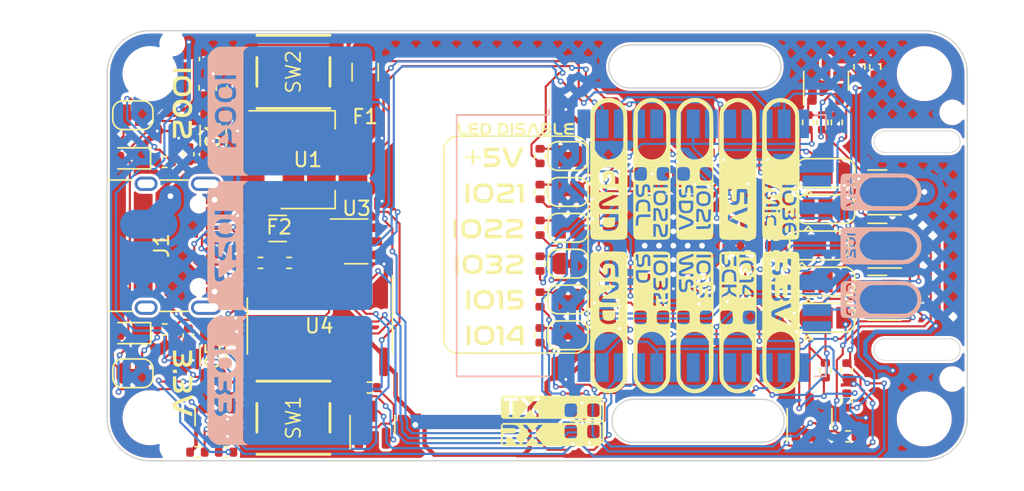
<source format=kicad_pcb>
(kicad_pcb (version 20211014) (generator pcbnew)
  (layers (0 "F.Cu" power) (31 "B.Cu" signal) (34 "B.Paste" user) (35 "F.Paste" user) (36 "B.SilkS" user "B.Silkscreen") (37 "F.SilkS" user "F.Silkscreen") (38 "B.Mask" user) (39 "F.Mask" user) (44 "Edge.Cuts" user))
  (net 0 "")
  (net 1 "GND")
  (net 2 "Net-(C1-Pad2)")
  (net 3 "VBUS")
  (net 4 "Net-(D1-Pad2)")
  (net 5 "Net-(D2-Pad2)")
  (net 6 "+3V3")
  (net 7 "Net-(D3-Pad2)")
  (net 8 "Net-(D4-Pad2)")
  (net 9 "Net-(D5-Pad2)")
  (net 10 "Net-(IO27-Pad1)")
  (net 11 "Net-(IO33-Pad1)")
  (net 13 "Net-(J1-PadA5)")
  (net 15 "Net-(J1-PadB5)")
  (net 20 "Net-(D6-Pad2)")
  (net 21 "/CH340-RTS")
  (net 22 "/RESET")
  (net 23 "/CH340-DTR")
  (net 24 "Net-(D7-Pad2)")
  (net 25 "Net-(D8-Pad2)")
  (net 27 "/CH340-TX")
  (net 28 "/CH340-RX")
  (net 36 "Net-(D9-Pad2)")
  (net 37 "/IO14{slash}SCK")
  (net 38 "/IO15{slash}WS")
  (net 39 "Net-(D10-Pad2)")
  (net 43 "/USB_IN")
  (net 44 "Net-(F2-Pad1)")
  (net 45 "Net-(IO2-Pad1)")
  (net 46 "Net-(IO14-Pad1)")
  (net 47 "Net-(IO15-Pad1)")
  (net 48 "Net-(IO32-Pad1)")
  (net 49 "Net-(IO4-Pad1)")
  (net 50 "/USB_D+")
  (net 51 "/USB_D-")
  (net 52 "Net-(JP1-Pad2)")
  (net 53 "/IO32{slash}SD")
  (net 54 "Net-(JP2-Pad1)")
  (net 55 "Net-(JP3-Pad2)")
  (net 56 "Net-(JP4-Pad1)")
  (net 57 "Net-(JP5-Pad2)")
  (net 58 "Net-(JP6-Pad1)")
  (net 59 "Net-(JP7-Pad2)")
  (net 60 "Net-(JP8-Pad2)")
  (net 61 "Net-(JP9-Pad2)")
  (net 62 "/IO21{slash}SDA")
  (net 63 "Net-(JP10-Pad1)")
  (net 64 "Net-(JP11-Pad2)")
  (net 65 "/IO22{slash}SCL")
  (net 66 "Net-(JP12-Pad1)")
  (net 67 "Net-(JP13-Pad2)")
  (net 68 "Net-(Q5-Pad1)")
  (net 69 "Net-(Q6-Pad1)")
  (net 70 "/IO0")
  (net 71 "/IO2{slash}WLED")
  (net 78 "Net-(IO21-Pad1)")
  (net 79 "Net-(IO22-Pad1)")
  (net 81 "Net-(IO36-Pad1)")
  (footprint "LED_SMD:LED_0603_1608Metric" (layer "F.Cu") (at 190.98 120 180)
    (fp_text reference "D5" hide)
    (fp_text value "White")
  )
  (footprint "main:JLCPCB_Hole" (layer "F.Cu") (at 209 124.3)
    (fp_text reference "REF**")
    (fp_text value "JLCPCB_Hole")
  )
  (footprint "main:IO Pad" (layer "F.Cu") (at 185 123 180)
    (fp_text reference "GND1" hide)
    (fp_text value "IO")
  )
  (footprint "LOGO" (layer "F.Cu") (at 185 109.64)
    (fp_text reference "G***" hide)
    (fp_text value "LOGO" hide)
  )
  (footprint "Resistor_SMD:R_0402_1005Metric" (layer "F.Cu") (at 158 104.01 90)
    (fp_text reference "R11" hide)
    (fp_text value "1R")
  )
  (footprint "Capacitor_SMD:C_0402_1005Metric" (layer "F.Cu") (at 155.67 121.26 -90)
    (fp_text reference "C6" hide)
    (fp_text value "10nF")
  )
  (footprint "Resistor_SMD:R_0402_1005Metric" (layer "F.Cu") (at 180.2 108.75 90)
    (fp_text reference "R18" hide)
    (fp_text value "330R")
  )
  (footprint "Resistor_SMD:R_0402_1005Metric" (layer "F.Cu") (at 180.2 121.25 90)
    (fp_text reference "R10" hide)
    (fp_text value "100R")
  )
  (footprint "Jumper:SolderJumper-3_P1.3mm_Bridged12_RoundedPad1.0x1.5mm" (layer "F.Cu") (at 199.66 114.98)
    (fp_text reference "JP2" hide)
    (fp_text value "SolderJumper_3_Bridged12")
  )
  (footprint "main:TS-1187A-B-A-B" (layer "F.Cu") (at 163 102.875)
    (fp_text reference "SW2")
    (fp_text value "RESET")
  )
  (footprint "LOGO" (layer "F.Cu") (at 185 120.35)
    (fp_text reference "G***" hide)
    (fp_text value "LOGO" hide)
  )
  (footprint "main:JLCPCB_Hole" (layer "F.Cu") (at 209 105.7)
    (fp_text reference "REF**")
    (fp_text value "JLCPCB_Hole")
  )
  (footprint "LOGO" (layer "F.Cu") (at 180.96 126.27)
    (fp_text reference "G***" hide)
    (fp_text value "LOGO" hide)
  )
  (footprint "Jumper:SolderJumper-3_P1.3mm_Bridged12_RoundedPad1.0x1.5mm" (layer "F.Cu") (at 200.11 112.455)
    (fp_text reference "JP12" hide)
    (fp_text value "SolderJumper_3_Bridged12")
  )
  (footprint "Resistor_SMD:R_0402_1005Metric" (layer "F.Cu") (at 180.2 116.25 90)
    (fp_text reference "R4" hide)
    (fp_text value "100R")
  )
  (footprint "LED_SMD:LED_0603_1608Metric" (layer "F.Cu") (at 193.98 120 180)
    (fp_text reference "D4" hide)
    (fp_text value "White")
  )
  (footprint "Fuse:Fuse_1206_3216Metric" (layer "F.Cu") (at 168 102.9 90)
    (fp_text reference locked "F1")
    (fp_text value "Polyfuse-3A")
  )
  (footprint "LOGO" (layer "F.Cu") (at 188 120.35)
    (fp_text reference "G***" hide)
    (fp_text value "LOGO" hide)
  )
  (footprint "Jumper:SolderJumper-3_P1.3mm_Bridged12_RoundedPad1.0x1.5mm" (layer "F.Cu") (at 200.11 109.93)
    (fp_text reference "JP10" hide)
    (fp_text value "SolderJumper_3_Bridged12")
  )
  (footprint "Package_TO_SOT_SMD:SOT-23" (layer "F.Cu") (at 168.51 127.4875 90)
    (fp_text reference "Q6" hide)
    (fp_text value "MMBT3904")
  )
  (footprint "LED_SMD:LED_0603_1608Metric" (layer "F.Cu") (at 187.98 120 180)
    (fp_text reference "D1" hide)
    (fp_text value "White")
  )
  (footprint "LOGO" (layer "F.Cu") (at 155.267391 105.08 -90)
    (fp_text reference "G***" hide)
    (fp_text value "LOGO" hide)
  )
  (footprint "Capacitor_SMD:C_1206_3216Metric" (layer "F.Cu") (at 157.4 122.675 90)
    (fp_text reference "C5")
    (fp_text value "100uF")
  )
  (footprint "Capacitor_SMD:C_0402_1005Metric" (layer "F.Cu") (at 158 101.98 -90)
    (fp_text reference "C2" hide)
    (fp_text value "100nF")
  )
  (footprint "Package_TO_SOT_SMD:SOT-23" (layer "F.Cu") (at 157.7 126.9 -90)
    (fp_text reference "Q5" hide)
    (fp_text value "MMBT3904")
  )
  (footprint "Fuse:Fuse_1206_3216Metric" (layer "F.Cu") (at 161.9 113.8 180)
    (fp_text reference "F2")
    (fp_text value "Polyfuse-3A")
  )
  (footprint "Jumper:SolderJumper-2_P1.3mm_Bridged_RoundedPad1.0x1.5mm" (layer "F.Cu") (at 182.15 121.25 180)
    (fp_text reference "JP3" hide)
    (fp_text value "SolderJumper_2_Bridged")
  )
  (footprint "Capacitor_SMD:C_0402_1005Metric" (layer "F.Cu") (at 156.8 101.98 -90)
    (fp_text reference "C4" hide)
    (fp_text value "10nF")
  )
  (footprint "Resistor_SMD:R_0402_1005Metric" (layer "F.Cu") (at 168.3 124.9 180)
    (fp_text reference "R23" hide)
    (fp_text value "10k")
  )
  (footprint "MountingHole:MountingHole_3.2mm_M3_DIN965" (layer "F.Cu") (at 207 103)
    (fp_text reference "H3" hide)
    (fp_text value "MountingHole")
  )
  (footprint "LED_SMD:LED_0603_1608Metric" (layer "F.Cu") (at 183.13 126.47 180)
    (fp_text reference "D3" hide)
    (fp_text value "Red")
  )
  (footprint "Package_TO_SOT_SMD:SOT-23-6" (layer "F.Cu") (at 167.3875 114.7)
    (fp_text reference "U3")
    (fp_text value "SRV05-4-P-T7")
  )
  (footprint "Resistor_SMD:R_0402_1005Metric" (layer "F.Cu") (at 181.13 128.18 90)
    (fp_text reference "R7" hide)
    (fp_text value "100R")
  )
  (footprint "Package_SO:SOP-16_3.9x9.9mm_P1.27mm" (layer "F.Cu") (at 164.845 120.6 -90)
    (fp_text reference "U4")
    (fp_text value "CH340C")
  )
  (footprint "LOGO" (layer "F.Cu") (at 187.9975 109.64)
    (fp_text reference "G***" hide)
    (fp_text value "LOGO" hide)
  )
  (footprint "Jumper:SolderJumper-2_P1.3mm_Bridged_RoundedPad1.0x1.5mm" (layer "F.Cu") (at 151.8 105.9)
    (fp_text reference "JP7" hide)
    (fp_text value "SolderJumper_2_Bridged")
  )
  (footprint "Package_TO_SOT_SMD:SOT-23" (layer "F.Cu") (at 200.15 103.5 90)
    (fp_text reference "Q4" hide)
    (fp_text value "BSS138")
  )
  (footprint "MountingHole:MountingHole_3.2mm_M3_DIN965" (layer "F.Cu") (at 207 127.08)
    (fp_text reference "H1" hide)
    (fp_text value "MountingHole")
  )
  (footprint "LED_SMD:LED_0603_1608Metric" (layer "F.Cu") (at 193.98 110 180)
    (fp_text reference "D7" hide)
    (fp_text value "Green")
  )
  (footprint "main:IO Pad" (layer "F.Cu") (at 191 107)
    (fp_text reference "IO21" hide)
    (fp_text value "IO")
  )
  (footprint "Resistor_SMD:R_0402_1005Metric" (layer "F.Cu") (at 154.02 120.84 180)
    (fp_text reference "R28" hide)
    (fp_text value "200R")
  )
  (footprint "main:IO Pad" (layer "F.Cu") (at 197 123 180)
    (fp_text reference "3.3V1" hide)
    (fp_text value "IO")
  )
  (footprint "main:IO Pad" (layer "F.Cu") (at 194 123 180)
    (fp_text reference "IO14" hide)
    (fp_text value "IO")
  )
  (footprint "Resistor_SMD:R_0402_1005Metric" (layer "F.Cu") (at 196.67 114.99 180)
    (fp_text reference "R6" hide)
    (fp_text value "10k")
  )
  (footprint "Resistor_SMD:R_0402_1005Metric" (layer "F.Cu") (at 156.3 129.4 180)
    (fp_text reference "R24" hide)
    (fp_text value "10k")
  )
  (footprint "LOGO" (layer "F.Cu") (at 194 120.35)
    (fp_text reference "G***" hide)
    (fp_text value "LOGO" hide)
  )
  (footprint "Resistor_SMD:R_0402_1005Metric" (layer "F.Cu") (at 158.3 129.4)
    (fp_text reference "R1" hide)
    (fp_text value "10k")
  )
  (footprint "Jumper:SolderJumper-2_P1.3mm_Bridged_RoundedPad1.0x1.5mm" (layer "F.Cu") (at 182.15 118.75 180)
    (fp_text reference "JP5" hide)
    (fp_text value "SolderJumper_2_Bridged")
  )
  (footprint "Package_TO_SOT_SMD:SOT-23" (layer "F.Cu") (at 203.73 111.28 180)
    (fp_text reference "Q7" hide)
    (fp_text value "BSS138")
  )
  (footprint "Resistor_SMD:R_0402_1005Metric" (layer "F.Cu") (at 181.13 126.27 -90)
    (fp_text reference "R8" hide)
    (fp_text value "200R")
  )
  (footprint "Resistor_SMD:R_0402_1005Metric" (layer "F.Cu") (at 194.69 114.99)
    (fp_text reference "R27" hide)
    (fp_text value "300R")
  )
  (footprint "Resistor_SMD:R_0402_1005Metric" (layer "F.Cu") (at 160.7 116.2 180)
    (fp_text reference "R3" hide)
    (fp_text value "5.1k")
  )
  (footprint "MountingHole:MountingHole_3.2mm_M3_DIN965" (layer "F.Cu") (at 153 127)
    (fp_text reference "H2" hide)
    (fp_text value "MountingHole")
  )
  (footprint "Resistor_SMD:R_0402_1005Metric" (layer "F.Cu") (at 180.2 113.75 90)
    (fp_text reference "R22" hide)
    (fp_text value "100R")
  )
  (footprint "LOGO" (layer "F.Cu") (at 178.51 114.5)
    (fp_text reference "G***" hide)
    (fp_text value "LOGO" hide)
  )
  (footprint "main:IO Pad" (layer "F.Cu") (at 194 107)
    (fp_text reference "5V1" hide)
    (fp_text value "IO")
  )
  (footprint "LOGO" (layer "F.Cu") (at 155.27 124.61 -90)
    (fp_text reference "G***" hide)
    (fp_text value "LOGO" hide)
  )
  (footprint "Resistor_SMD:R_0402_1005Metric" (layer "F.Cu") (at 198.9 106.4 90)
    (fp_text reference "R5" hide)
    (fp_text value "10k")
  )
  (footprint "LOGO" (layer "F.Cu") (at 180.96 128.17)
    (fp_text reference "G***" hide)
    (fp_text value "LOGO" hide)
  )
  (footprint "main:IO Pad" (layer "F.Cu") (at 185 107)
    (fp_text reference "GND2" hide)
    (fp_text value "IO")
  )
  (footprint "Package_TO_SOT_SMD:SOT-223" (layer "F.Cu") (at 164 109)
    (fp_text reference "U1")
    (fp_text value "AMS1117-3.3")
  )
  (footprint "Resistor_SMD:R_0402_1005Metric" (layer "F.Cu") (at 201.69 128.3)
    (fp_text reference "R12" hide)
    (fp_text value "10k")
  )
  (footprint "LOGO" (layer "F.Cu") (at 193.9925 109.64)
    (fp_text reference "G***" hide)
    (fp_text value "LOGO" hide)
  )
  (footprint "MountingHole:MountingHole_3.2mm_M3_DIN965" (layer "F.Cu") (at 153 103)
    (fp_text reference "H4" hide)
    (fp_text value "MountingHole")
  )
  (footprint "Resistor_SMD:R_0402_1005Metric" (layer "F.Cu") (at 180.2 118.75 90)
    (fp_text reference "R14" hide)
    (fp_text value "100R")
  )
  (footprint "Resistor_SMD:R_0402_1005Metric" (layer "F.Cu") (at 200.1 123.69 -90)
    (fp_text reference "R13" hide)
    (fp_text value "10k")
  )
  (footprint "Jumper:SolderJumper-3_P1.3mm_Bridged12_RoundedPad1.0x1.5mm" (layer "F.Cu") (at 200.11 117.505)
    (fp_text reference "JP6" hide)
    (fp_text value "SolderJumper_3_Bridged12")
  )
  (footprint "main:IO Pad" (layer "F.Cu") (at 188 123 180)
    (fp_text reference "IO32" hide)
    (fp_text value "IO")
  )
  (footprint "Resistor_SMD:R_0402_1005Metric" (layer "F.Cu") (at 201.6 125.8 90)
    (fp_text reference "R17" hide)
    (fp_text value "10k")
  )
  (footprint "Package_TO_SOT_SMD:SOT-23" (layer "F.Cu") (at 203.72 118.63 180)
    (fp_text reference "Q3" hide)
    (fp_text value "BSS138")
  )
  (footprint "LOGO" (layer "F.Cu") (at 190.995 109.64)
    (fp_text reference "G***" hide)
    (fp_text value "LOGO" hide)
  )
  (footprint "Resistor_SMD:R_0402_1005Metric" (layer "F.Cu") (at 156.8 103.99 -90)
    (fp_text reference "R9" hide)
    (fp_text value "1R")
  )
  (footprint "Resistor_SMD:R_0402_1005Metric" (layer "F.Cu") (at 201.6 123.7 -90)
    (fp_text reference "R16" hide)
    (fp_text value "10k")
  )
  (footprint "main:IO Pad" (layer "F.Cu") (at 191 123 180)
    (fp_text reference "IO15" hide)
    (fp_text value "IO")
  )
  (footprint "Resistor_SMD:R_0402_1005Metric" (layer "F.Cu") (at 199.9 106.4 90)
    (fp_text reference "R20" hide)
    (fp_text value "10k")
  )
  (footprint "main:IO Pad" (layer "F.Cu") (at 197 107)
    (fp_text reference "IO36" hide)
    (fp_text value "IO")
  )
  (footprint "Package_TO_SOT_SMD:SOT-23" (layer "F.Cu") (at 199 127 90)
    (fp_text reference "Q2" hide)
    (fp_text value "BSS138")
  )
  (footprint "LED_SMD:LED_0603_1608Metric" (layer "F.Cu") (at 183.13 127.97 180)
    (fp_text reference "D2" hide)
    (fp_text value "Green")
  )
  (footprint "Jumper:SolderJumper-2_P1.3mm_Bridged_RoundedPad1.0x1.5mm" (layer "F.Cu") (at 182.15 108.75 180)
    (fp_text reference "JP8" hide)
    (fp_text value "SolderJumper_2_Bridged")
  )
  (footprint "main:JLCPCB_Hole" (layer "F.Cu") (at 154.6 100.9)
    (fp_text reference "REF**")
    (fp_text value "JLCPCB_Hole")
  )
  (footprint "main:TS-1187A-B-A-B" (layer "F.Cu") (at 163 127)
    (fp_text reference "SW1")
    (fp_text value "BOOT")
  )
  (footprint "LOGO" (layer "F.Cu") (at 197 120.35)
    (fp_text reference "G***" hide)
    (fp_text value "LOGO" hide)
  )
  (footprint "Jumper:SolderJumper-2_P1.3mm_Bridged_RoundedPad1.0x1.5mm" (layer "F.Cu") (at 151.8 123.9)
    (fp_text reference "JP13" hide)
    (fp_text value "SolderJumper_2_Bridged")
  )
  (footprint "LED_SMD:LED_0603_1608Metric" (layer "F.Cu") (at 187.98 110 180)
    (fp_text reference "D8" hide)
    (fp_text value "Red")
  )
  (footprint "Capacitor_SMD:C_1206_3216Metric" (layer "F.Cu") (at 157.4 107.325 90)
    (fp_text reference "C1")
    (fp_text value "22uF")
  )
  (footprint "Connector_USB:USB_C_Receptacle_XKB_U262-16XN-4BVC11" (layer "F.Cu") (at 153.8 115 -90)
    (fp_text reference "J1")
    (fp_text value "TYPE-C-USB-SMD")
  )
  (footprint "Resistor_SMD:R_0402_1005Metric" (layer "F.Cu") (at 154.01 109.16)
    (fp_text reference "R15" hide)
    (fp_text value "100R")
  )
  (footprint "Capacitor_SMD:C_0402_1005Metric" (layer "F.Cu") (at 155.7 108.62 90)
    (fp_text reference "C3" hide)
    (fp_text value "100nF")
  )
  (footprint "main:IO Pad" (layer "F.Cu") (at 188 107)
    (fp_text reference "IO22" hide)
    (fp_text value "IO")
  )
  (footprint "Resistor_SMD:R_0402_1005Metric" (layer "F.Cu") (at 200.9 106.4 90)
    (fp_text reference "R25" hide)
    (fp_text value "10k")
  )
  (footprint "Package_TO_SOT_SMD:SOT-23" (layer "F.Cu") (at 203.73 115 180)
    (fp_text reference "Q1" hide)
    (fp_text value "BSS138")
  )
  (footprint "Resistor_SMD:R_0402_1005Metric" (layer "F.Cu") (at 202.48 102.53 90)
    (fp_text reference "R21" hide)
    (fp_text value "10k")
  )
  (footprint "Resistor_SMD:R_0402_1005Metric" (layer "F.Cu") (at 203.58 102.53 90)
    (fp_text reference "R26" hide)
    (fp_text value "10k")
  )
  (footprint "LED_SMD:LED_0603_1608Metric" (layer "F.Cu") (at 151.55 108.91 180)
    (fp_text reference "D6" hide)
    (fp_text value "Green")
  )
  (footprint "LED_SMD:LED_0603_1608Metric" (layer "F.Cu") (at 151.5575 121.1 180)
    (fp_text reference "D10" hide)
    (fp_text value "Yellow")
  )
  (footprint "Jumper:SolderJumper-2_P1.3mm_Bridged_RoundedPad1.0x1.5mm" (layer "F.Cu") (at 182.15 116.25 180)
    (fp_text reference "JP1" hide)
    (fp_text value "SolderJumper_2_Bridged")
  )
  (footprint "main:JLCPCB_Hole" (layer "F.Cu") (at 154.6 129.1)
    (fp_text reference "REF**")
    (fp_text value "JLCPCB_Hole")
  )
  (footprint "LOGO" (layer "F.Cu") (at 191 120.35)
    (fp_text reference "G***" hide)
    (fp_text value "LOGO" hide)
  )
  (footprint "Resistor_SMD:R_0402_1005Metric" (layer "F.Cu") (at 180.2 111.25 90)
    (fp_text reference "R19" hide)
    (fp_text value "200R")
  )
  (footprint "Jumper:SolderJumper-3_P1.3mm_Bridged12_RoundedPad1.0x1.5mm" (layer "F.Cu") (at 200.11 120.03)
    (fp_text reference "JP4" hide)
    (fp_text value "SolderJumper_3_Bridged12")
  )
  (footprint "Jumper:SolderJumper-2_P1.3mm_Bridged_RoundedPad1.0x1.5mm" (layer "F.Cu") (at 182.15 111.25 180)
    (fp_text reference "JP9" hide)
    (fp_text value "SolderJumper_2_Bridged")
  )
  (footprint "Jumper:SolderJumper-2_P1.3mm_Bridged_RoundedPad1.0x1.5mm" (layer "F.Cu") (at 182.15 113.75 180)
    (fp_text reference "JP11" hide)
    (fp_text value "SolderJumper_2_Bridged")
  )
  (footprint "LOGO" (layer "F.Cu") (at 196.99 109.64)
    (fp_text reference "G***" hide)
    (fp_text value "LOGO" hide)
  )
  (footprint "Resistor_SMD:R_0402_1005Metric" (layer "F.Cu") (at 162.7 116.2)
    (fp_text reference "R2" hide)
    (fp_text value "5.1k")
  )
  (footprint "LED_SMD:LED_0603_1608Metric" (layer "F.Cu") (at 190.98 110 180)
    (fp_text reference "D9" hide)
    (fp_text value "Green")
  )
  (footprint "main:IO Pad" (layer "B.Cu") (at 204.5 111.25 -90)
    (fp_text reference "5V2" hide)
    (fp_text value "IO")
  )
  (footprint "RF_Module:ESP32-WROOM-32" (layer "B.Cu") (at 190.25 115 -90)
    (fp_text reference "U2" hide)
    (fp_text value "ESP32-WROOM-32D")
  )
  (footprint "main:Touch Pad" (layer "B.Cu") (at 164 105.6 180)
    (fp_text reference "IO4" hide)
    (fp_text value "Touch Pad")
  )
  (footprint "LOGO" (layer "B.Cu") (at 162.73 124.4 180)
    (fp_text reference "G***" hide)
    (fp_text value "LOGO" hide)
  )
  (footprint "LOGO" (layer "B.Cu") (at 203.996304 118.760001 90)
    (fp_text reference "G***" hide)
    (fp_text value "LOGO" hide)
  )
  (footprint "main:Touch Pad" (layer "B.Cu") (at 164 124.4 180)
    (fp_text reference "IO33" hide)
    (fp_text value "Touch Pad")
  )
  (footprint "main:IO Pad" (layer "B.Cu") (at 152.9 116.500952 90)
    (fp_text reference "GND4" hide)
    (fp_text value "IO")
  )
  (footprint "LOGO" (layer "B.Cu") (at 162.757154 105.619859 180)
    (fp_text reference "G***" hide)
    (fp_text value "LOGO" hide)
  )
  (footprint "LOGO" (layer "B.Cu") (at 203.996304 111.26 90)
    (fp_text reference "G***" hide)
    (fp_text value "LOGO" hide)
  )
  (footprint "main:Touch Pad" (layer "B.Cu") (at 164 114.99 180)
    (fp_text reference "IO27" hide)
    (fp_text value "Touch Pad")
  )
  (footprint "main:IO Pad" (layer "B.Cu") (at 204.5 118.75 -90)
    (fp_text reference "GND3" hide)
    (fp_text value "IO")
  )
  (footprint "main:IO Pad" (layer "B.Cu") (at 152.9 113.500952 90)
    (fp_text reference "5V3" hide)
    (fp_text value "IO")
  )
  (footprint "LOGO" (layer "B.Cu") (at 162.74 114.99 180)
    (fp_text reference "G***" hide)
    (fp_text value "LOGO" hide)
  )
  (footprint "LOGO" (layer "B.Cu") (at 203.996304 115.01 90)
    (fp_text reference "G***" hide)
    (fp_text value "LOGO" hide)
  )
  (footprint "main:IO Pad" (layer "B.Cu") (at 204.5 115 -90)
    (fp_text reference "IO2" hide)
    (fp_text value "IO")
  )
  (gr_arc (start 210 127) (mid 209.12132 129.12132) (end 207 130) (layer "Edge.Cuts") (width 0.1))
  (gr_poly (pts (arc (start 204.247721 121.5) (mid 203.497721 122.25) (end 204.247721 123)) (arc (start 208.747721 123) (mid 209.497721 122.25) (end 208.747721 121.5))) (layer "Edge.Cuts") (width 0.05) (fill none))
  (gr_line (start 153 130) (end 207 130) (layer "Edge.Cuts") (width 0.1))
  (gr_poly (pts (arc (start 204.247721 107) (mid 203.497721 107.75) (end 204.247721 108.5)) (arc (start 208.747721 108.5) (mid 209.497721 107.75) (end 208.747721 107))) (layer "Edge.Cuts") (width 0.05) (fill none))
  (gr_poly (pts (arc (start 195.71893 125.714959) (mid 197.21893 127.214959) (end 195.71893 128.714959)) (arc (start 186.71893 128.714959) (mid 185.21893 127.214959) (end 186.71893 125.714959))) (layer "Edge.Cuts") (width 0.1) (fill none))
  (gr_line (start 150 103) (end 150 127) (layer "Edge.Cuts") (width 0.1))
  (gr_poly (pts (arc (start 195.5 101) (mid 197 102.5) (end 195.5 104)) (arc (start 186.5 104) (mid 185 102.5) (end 186.5 101))) (layer "Edge.Cuts") (width 0.1) (fill none))
  (gr_arc (start 207 100) (mid 209.12132 100.87868) (end 210 103) (layer "Edge.Cuts") (width 0.1))
  (gr_line (start 153 100) (end 207 100) (layer "Edge.Cuts") (width 0.1))
  (gr_arc (start 153 130) (mid 150.87868 129.12132) (end 150 127) (layer "Edge.Cuts") (width 0.1))
  (gr_line (start 210 103) (end 210 127) (layer "Edge.Cuts") (width 0.1))
  (gr_arc (start 150 103) (mid 150.87868 100.87868) (end 153 100) (layer "Edge.Cuts") (width 0.1))
  (segment (start 167.2 116.049639) (end 167.2 115.337139) (width 0.15) (layer "F.Cu") (net 1))
  (segment (start 191.7255 110) (end 191 110.7255) (width 0.15) (layer "F.Cu") (net 1))
  (segment (start 156.82 103.5) (end 156.8 103.48) (width 0.3) (layer "F.Cu") (net 1))
  (segment (start 157.94 102.46) (end 157.4 103) (width 0.3) (layer "F.Cu") (net 1))
  (segment (start 154.5 107) (end 155 107.5) (width 0.15) (layer "F.Cu") (net 1))
  (segment (start 160.55 107) (end 160.85 106.7) (width 0.15) (layer "F.Cu") (net 1))
  (segment (start 157.4 121.6) (end 157.4 121.2) (width 0.3) (layer "F.Cu") (net 1))
  (segment (start 156.92 103.48) (end 157.4 103) (width 0.3) (layer "F.Cu") (net 1))
  (segment (start 183.5 107) (end 182 105.5) (width 0.3) (layer "F.Cu") (net 1))
  (segment (start 194.7 110.7) (end 194.7675 110.6325) (width 0.15) (layer "F.Cu") (net 1))
  (segment (start 191.7675 110) (end 192.019911 110) (width 0.15) (layer "F.Cu") (net 1))
  (segment (start 194.5 110) (end 194.7675 110) (width 0.15) (layer "F.Cu") (net 1))
  (segment (start 189.5 118) (end 188.7675 118.7325) (width 0.15) (layer "F.Cu") (net 1))
  (segment (start 194.7675 120) (end 194.7675 119.2675) (width 0.15) (layer "F.Cu") (net 1))
  (segment (start 158 103.5) (end 156.82 103.5) (width 0.3) (layer "F.Cu") (net 1))
  (segment (start 169.374011 116.327927) (end 169.318376 116.272292) (width 0.15) (layer "F.Cu") (net 1))
  (segment (start 169.17598 107.5) (end 169.17598 107.52402) (width 0.15) (layer "F.Cu") (net 1))
  (segment (start 166.05452 117.195119) (end 167.2 116.049639) (width 0.15) (layer "F.Cu") (net 1))
  (segment (start 159.1005 107) (end 160.55 107) (width 0.15) (layer "F.Cu") (net 1))
  (segment (start 155.67 122.67) (end 156 123) (width 0.15) (layer "F.Cu") (net 1))
  (segment (start 166.562861 114.7) (end 166.25 114.7) (width 0.15) (layer "F.Cu") (net 1))
  (segment (start 155.06 107.5) (end 155.7 108.14) (width 0.15) (layer "F.Cu") (net 1))
  (segment (start 160 105.85) (end 160.85 106.7) (width 0.15) (layer "F.Cu") (net 1))
  (segment (start 160 104.75) (end 160 105.85) (width 0.15) (layer "F.Cu") (net 1))
  (segment (start 155.67 121.74) (end 155.67 122.67) (width 0.15) (layer "F.Cu") (net 1))
  (segment (start 169.29 118.1) (end 169.374011 118.015989) (width 0.15) (layer "F.Cu") (net 1))
  (segment (start 194.7675 110.6325) (end 194.7675 110) (width 0.15) (layer "F.Cu") (net 1))
  (segment (start 182 124.3255) (end 183.3255 123) (width 0.3) (layer "F.Cu") (net 1))
  (segment (start 159.100897 120.165969) (end 159.390345 120.165969) (width 0.15) (layer "F.Cu") (net 1))
  (segment (start 189.5 118) (end 191.037766 118) (width 0.15) (layer "F.Cu") (net 1))
  (segment (start 156 123) (end 157.4 121.6) (width 0.3) (layer "F.Cu") (net 1))
  (segment (start 193.925489 118.425489) (end 192.071745 118.425489) (width 0.15) (layer "F.Cu") (net 1))
  (segment (start 188.7675 118.7325) (end 188.7675 120) (width 0.15) (layer "F.Cu") (net 1))
  (segment (start 155 107.5) (end 155.06 107.5) (width 0.15) (layer "F.Cu") (net 1))
  (segment (start 194.7675 119.2675) (end 193.925489 118.425489) (width 0.15) (layer "F.Cu") (net 1))
  (segment (start 167.2 115.337139) (end 166.562861 114.7) (width 0.15) (layer "F.Cu") (net 1))
  (segment (start 169.17598 111.893809) (end 169.510935 111.893809) (width 0.15) (layer "F.Cu") (net 1))
  (segment (start 169.510935 111.893809) (end 170.270573 112.653447) (width 0.15) (layer "F.Cu") (net 1))
  (segment (start 191.7675 119.676439) (end 191.7675 120) (width 0.15) (layer "F.Cu") (net 1))
  (segment (start 169.374011 118.015989) (end 169.374011 116.327927) (width 0.15) (layer "F.Cu") (net 1))
  (segment (start 192.071745 118.425489) (end 191.7675 118.729734) (width 0.15) (layer "F.Cu") (net 1))
  (segment (start 160 104.75) (end 166 104.75) (width 0.15) (layer "F.Cu") (net 1))
  (segment (start 157.9 103.5) (end 157.4 103) (width 0.3) (layer "F.Cu") (net 1))
  (segment (start 156.8 103.48) (end 156.92 103.48) (width 0.3) (layer "F.Cu") (net 1))
  (segment (start 158 103.5) (end 157.9 103.5) (width 0.3) (layer "F.Cu") (net 1))
  (segment (start 159.584376 120.36) (end 165.47 120.36) (width 0.15) (layer "F.Cu") (net 1))
  (segment (start 158 102.46) (end 158 103.5) (width 0.3) (layer "F.Cu") (net 1))
  (segment (start 159.616226 116.2) (end 160.19 116.2) (width 0.15) (layer "F.Cu") (net 1))
  (segment (start 191.037766 118) (end 191.7675 118.729734) (width 0.15) (layer "F.Cu") (net 1))
  (segment (start 165.47 120.36) (end 166.05452 119.77548) (width 0.15) (layer "F.Cu") (net 1))
  (segment (start 158.975917 120.040989) (end 159.100897 120.165969) (width 0.15) (layer "F.Cu") (net 1))
  (segment (start 185 107) (end 183.5 107) (width 0.3) (layer "F.Cu") (net 1))
  (segment (start 153.5 107) (end 154.5 107) (width 0.15) (layer "F.Cu") (net 1))
  (segment (start 166.05452 119.77548) (end 166.05452 117.195119) (width 0.15) (layer "F.Cu") (net 1))
  (segment (start 156.86 102.46) (end 157.4 103) (width 0.3) (layer "F.Cu") (net 1))
  (segment (start 183.3255 123) (end 185 123) (width 0.3) (layer "F.Cu") (net 1))
  (segment (start 188.0295 110) (end 188.7675 110) (width 0.15) (layer "F.Cu") (net 1))
  (segment (start 159.390345 120.165969) (end 159.584376 120.36) (width 0.15) (layer "F.Cu") (net 1))
  (segment (start 191.7675 118.729734) (end 191.7675 120) (width 0.15) (layer "F.Cu") (net 1))
  (segment (start 158 102.46) (end 157.94 102.46) (width 0.3) (layer "F.Cu") (net 1))
  (segment (start 158.9745 115.558274) (end 159.616226 116.2) (width 0.15) (layer "F.Cu") (net 1))
  (segment (start 156.8 102.46) (end 158 102.46) (width 0.3) (layer "F.Cu") (net 1))
  (segment (start 191.7675 110) (end 191.7255 110) (width 0.15) (layer "F.Cu") (net 1))
  (segment (start 156.8 102.46) (end 156.86 102.46) (width 0.3) (layer "F.Cu") (net 1))
  (via (at 188.5 115) (size 0.6) (drill 0.4) (layers "F.Cu" "B.Cu") (net 1))
  (via (at 189.5 115) (size 0.6) (drill 0.4) (layers "F.Cu" "B.Cu") (net 1))
  (via (at 188.0295 110) (size 0.4) (drill 0.2) (layers "F.Cu" "B.Cu") (net 1))
  (via (at 157.5 118.2) (size 0.6) (drill 0.4) (layers "F.Cu" "B.Cu") (net 1))
  (via (at 191 110.7255) (size 0.4) (drill 0.2) (layers "F.Cu" "B.Cu") (net 1))
  (via (at 153.5 107) (size 0.4) (drill 0.2) (layers "F.Cu" "B.Cu") (net 1))
  (via (at 157.5 111.8) (size 0.6) (drill 0.4) (layers "F.Cu" "B.Cu") (net 1))
  (via (at 170.270573 112.653447) (size 0.4) (drill 0.2) (layers "F.Cu" "B.Cu") (net 1))
  (via (at 190.5 115) (size 0.6) (drill 0.4) (layers "F.Cu" "B.Cu") (net 1))
  (via (at 187.5 115) (size 0.6) (drill 0.4) (layers "F.Cu" "B.Cu") (net 1))
  (via (at 171.5 127.5) (size 0.6) (drill 0.4) (layers "F.Cu" "B.Cu") (net 1))
  (via (at 158.975917 120.040989) (size 0.4) (drill 0.2) (layers "F.Cu" "B.Cu") (net 1))
  (via (at 169.17598 107.5) (size 0.4) (drill 0.2) (layers "F.Cu" "B.Cu") (net 1))
  (via (at 169.17598 111.893809) (size 0.4) (drill 0.2) (layers "F.Cu" "B.Cu") (net 1))
  (via (at 182 124.3255) (size 0.4) (drill 0.2) (layers "F.Cu" "B.Cu") (net 1))
  (via (at 194.7 110.7) (size 0.4) (drill 0.2) (layers "F.Cu" "B.Cu") (net 1))
  (via (at 189.5 114) (size 0.6) (drill 0.4) (layers "F.Cu" "B.Cu") (net 1))
  (via (at 155 107.5) (size 0.4) (drill 0.2) (layers "F.Cu" "B.Cu") (net 1))
  (via (at 189.5 116) (size 0.6) (drill 0.4) (layers "F.Cu" "B.Cu") (net 1))
  (via (at 169.318376 116.272292) (size 0.4) (drill 0.2) (layers "F.Cu" "B.Cu") (net 1))
  (via (at 158.9745 115.558274) (size 0.4) (drill 0.2) (layers "F.Cu" "B.Cu") (net 1))
  (via (at 156 123) (size 0.4) (drill 0.2) (layers "F.Cu" "B.Cu") (net 1))
  (via (at 189.5 113) (size 0.6) (drill 0.4) (layers "F.Cu" "B.Cu") (net 1))
  (via (at 189.5 118) (size 0.4) (drill 0.2) (layers "F.Cu" "B.Cu") (net 1))
  (via (at 158.4 128.3) (size 0.4) (drill 0.2) (layers "F.Cu" "B.Cu") (net 1))
  (via (at 159.1005 107) (size 0.4) (drill 0.2) (layers "F.Cu" "B.Cu") (net 1))
  (via (at 191.5 115) (size 0.6) (drill 0.4) (layers "F.Cu" "B.Cu") (net 1))
  (via (at 182 105.5) (size 0.4) (drill 0.2) (layers "F.Cu" "B.Cu") (net 1))
  (via (at 189.5 117) (size 0.6) (drill 0.4) (layers "F.Cu" "B.Cu") (net 1))
  (via (at 157.4 103) (size 0.4) (drill 0.2) (layers "F.Cu" "B.Cu") (net 1))
  (segment (start 181.995 124.3205) (end 181.995 123.5) (width 0.3) (layer "B.Cu") (net 1))
  (segment (start 188.5 112) (end 188.5 110.4705) (width 0.15) (layer "B.Cu") (net 1))
  (segment (start 188.5 110.4705) (end 188.0295 110) (width 0.15) (layer "B.Cu") (net 1))
  (segment (start 170.19905 113.995245) (end 169.318376 114.87592) (width 0.15) (layer "B.Cu") (net 1))
  (segment (start 170.270573 112.653447) (end 170.270573 112.687152) (width 0.15) (layer "B.Cu") (net 1))
  (segment (start 169.17598 111.893809) (end 169.17598 107.5) (width 0.15) (layer "B.Cu") (net 1))
  (segment (start 188.5 117) (end 188.5 116) (width 0.15) (layer "B.Cu") (net 1))
  (segment (start 170.19905 112.758675) (end 170.19905 113.995245) (width 0.15) (layer "B.Cu") (net 1))
  (segment (start 182 105.5) (end 182 106.495) (width 0.3) (layer "B.Cu") (net 1))
  (segment (start 169.318376 114.87592) (end 169.318376 116.272292) (width 0.15) (layer "B.Cu") (net 1))
  (segment (start 191 110.7255) (end 191 111.5) (width 0.15) (layer "B.Cu") (net 1))
  (segment (start 191 111.5) (end 191.5 112) (width 0.15) (layer "B.Cu") (net 1))
  (segment (start 182 124.3255) (end 181.995 124.3205) (width 0.3) (layer "B.Cu") (net 1))
  (segment (start 182 106.495) (end 181.995 106.5) (width 0.3) (layer "B.Cu") (net 1))
  (segment (start 189.5 118) (end 188.5 117) (width 0.15) (layer "B.Cu") (net 1))
  (segment (start 170.270573 112.687152) (end 170.19905 112.758675) (width 0.15) (layer "B.Cu") (net 1))
  (segment (start 157.4 104.9) (end 157.4 105.85) (width 1.5) (layer "F.Cu") (net 2))
  (segment (start 194.514477 118.514477) (end 195.5 119.5) (width 0.15) (layer "F.Cu") (net 3))
  (segment (start 167.54952 116.45048) (end 167.54952 115.25048) (width 0.15) (layer "F.Cu") (net 3))
  (segment (start 168.1 114.7) (end 168.525 114.7) (width 0.15) (layer "F.Cu") (net 3))
  (segment (start 196.5 115.7) (end 196.4 115.7) (width 0.15) (layer "F.Cu") (net 3))
  (segment (start 198.27452 126.341152) (end 198.27452 121.72548) (width 0.15) (layer "F.Cu") (net 3))
  (segment (start 168.750008 119.750008) (end 168.069647 119.750008) (width 0.15) (layer "F.Cu") (net 3))
  (segment (start 200 124.3) (end 200.1 124.2) (width 0.15) (layer "F.Cu") (net 3))
  (segment (start 196.9 116.6) (end 196.9 116.1) (width 0.15) (layer "F.Cu") (net 3))
  (segment (start 198.27452 121.72548) (end 198.384477 121.615523) (width 0.15) (layer "F.Cu") (net 3))
  (segment (start 157.4 123.5) (end 157.4 124.15) (width 0.15) (layer "F.Cu") (net 3))
  (segment (start 195.5 119.5) (end 195.5 121.6445) (width 0.15) (layer "F.Cu") (net 3))
  (segment (start 156.15 124.15) (end 156 124) (width 0.15) (layer "F.Cu") (net 3))
  (segment (start 154 123) (end 154 122.89) (width 0.15) (layer "F.Cu") (net 3))
  (segment (start 196.16 115.46) (end 196.16 114.99) (width 0.15) (layer "F.Cu") (net 3))
  (segment (start 194 107) (end 194 106) (width 0.15) (layer "F.Cu") (net 3))
  (segment (start 202.144659 125.29) (end 201.6 125.29) (width 0.15) (layer "F.Cu") (net 3))
  (segment (start 167.54952 115.25048) (end 168.1 114.7) (width 0.15) (layer "F.Cu") (net 3))
  (segment (start 195.85 116.65) (end 196.1 116.9) (width 0.15) (layer "F.Cu") (net 3))
  (segment (start 196.6 116.9) (end 196.9 116.6) (width 0.15) (layer "F.Cu") (net 3))
  (segment (start 155 105.5) (end 155.5 105.5) (width 0.3) (layer "F.Cu") (net 3))
  (segment (start 198.272828 126.342844) (end 198.27452 126.341152) (width 0.15) (layer "F.Cu") (net 3))
  (segment (start 154 122.89) (end 154.67 122.22) (width 0.15) (layer "F.Cu") (net 3))
  (segment (start 196.9 116.1) (end 196.5 115.7) (width 0.15) (layer "F.Cu") (net 3))
  (segment (start 168.525 114.7) (end 168 114.7) (width 0.15) (layer "F.Cu") (net 3))
  (segment (start 195.5645 116.65) (end 195.85 116.65) (width 0.15) (layer "F.Cu") (net 3))
  (segment (start 196.4 115.7) (end 196.16 115.46) (width 0.15) (layer "F.Cu") (net 3))
  (segment (start 168.069647 119.750008) (end 167.4 119.080361) (width 0.15) (layer "F.Cu") (net 3))
  (segment (start 154.67 121.78) (end 155.67 120.78) (width 0.15) (layer "F.Cu") (net 3))
  (segment (start 167.4 116.6) (end 167.54952 116.45048) (width 0.15) (layer "F.Cu") (net 3))
  (segment (start 202.152859 125.2818) (end 202.144659 125.29) (width 0.15) (layer "F.Cu") (net 3))
  (segment (start 157 123.1) (end 157.4 123.5) (width 0.15) (layer "F.Cu") (net 3))
  (segment (start 194.514477 116.685523) (end 194.514477 118.514477) (width 0.15) (layer "F.Cu") (net 3))
  (segment (start 155.5 105.5) (end 156.13048 104.86952) (width 0.3) (layer "F.Cu") (net 3))
  (segment (start 200 125.5) (end 200 124.3) (width 0.15) (layer "F.Cu") (net 3))
  (segment (start 154.67 122.22) (end 154.67 121.78) (width 0.15) (layer "F.Cu") (net 3))
  (segment (start 156.13048 104.86952) (end 156.13048 102.127235) (width 0.3) (layer "F.Cu") (net 3))
  (segment (start 195.5 107) (end 194 107) (width 0.15) (layer "F.Cu") (net 3))
  (segment (start 196.1 116.9) (end 196.6 116.9) (width 0.15) (layer "F.Cu") (net 3))
  (segment (start 167.4 119.080361) (end 167.4 116.6) (width 0.15) (layer "F.Cu") (net 3))
  (segment (start 195.6045 109.9) (end 195.5 109.7955) (width 0.15) (layer "F.Cu") (net 3))
  (segment (start 156.13048 102.127235) (end 156.757715 101.5) (width 0.3) (layer "F.Cu") (net 3))
  (segment (start 156.757715 101.5) (end 156.8 101.5) (width 0.3) (layer "F.Cu") (net 3))
  (segment (start 195.5 109.7955) (end 195.5 107) (width 0.15) (layer "F.Cu") (net 3))
  (segment (start 157.4 124.15) (end 156.15 124.15) (width 0.15) (layer "F.Cu") (net 3))
  (via (at 156 124) (size 0.4) (drill 0.2) (layers "F.Cu" "B.Cu") (net 3))
  (via (at 155.7 100.8) (size 0.4) (drill 0.2) (layers "F.Cu" "B.Cu") (net 3))
  (via (at 207.01 111.25) (size 0.6) (drill 0.4) (layers "F.Cu" "B.Cu") (net 3))
  (via (at 195.5645 116.65) (size 0.4) (drill 0.2) (layers "F.Cu" "B.Cu") (net 3))
  (via (at 195.5 121.6445) (size 0.4) (drill 0.2) (layers "F.Cu" "B.Cu") (net 3))
  (via (at 157 123.1) (size 0.4) (drill 0.2) (layers "F.Cu" "B.Cu") (net 3))
  (via (at 168.750008 119.750008) (size 0.4) (drill 0.2) (layers "F.Cu" "B.Cu") (net 3))
  (via (at 202.152859 125.2818) (size 0.4) (drill 0.2) (layers "F.Cu" "B.Cu") (net 3))
  (via (at 200 125.5) (size 0.4) (drill 0.2) (layers "F.Cu" "B.Cu") (net 3))
  (via (at 155 105.5) (size 0.4) (drill 0.2) (layers "F.Cu" "B.Cu") (net 3))
  (via (at 198.272828 126.342844) (size 0.4) (drill 0.2) (layers "F.Cu" "B.Cu") (net 3))
  (via (at 194.514477 116.685523) (size 0.4) (drill 0.2) (layers "F.Cu" "B.Cu") (net 3))
  (via (at 198.384477 121.615523) (size 0.4) (drill 0.2) (layers "F.Cu" "B.Cu") (net 3))
  (via (at 195.6045 109.9) (size 0.4) (drill 0.2) (layers "F.Cu" "B.Cu") (net 3))
  (via (at 154 123) (size 0.4) (drill 0.2) (layers "F.Cu" "B.Cu") (net 3))
  (segment (start 155 123) (end 154 123) (width 0.15) (layer "B.Cu") (net 3))
  (segment (start 156.824031 122.17452) (end 158.113177 122.174519) (width 0.15) (layer "B.Cu") (net 3))
  (segment (start 200.174511 125.325489) (end 200 125.5) (width 0.15) (layer "B.Cu") (net 3))
  (segment (start 169.629785 120.756319) (end 168.750008 119.876542) (width 0.15) (layer "B.Cu") (net 3))
  (segment (start 154 123) (end 154 121.228939) (width 0.15) (layer "B.Cu") (net 3))
  (segment (start 195.6045 109.9) (end 196.025 110.3205) (width 0.15) (layer "B.Cu") (net 3))
  (segment (start 151.925489 120.925489) (end 150.625 119.625) (width 0.15) (layer "B.Cu") (net 3))
  (segment (start 155.7 104.8) (end 155 105.5) (width 0.3) (layer "B.Cu") (net 3))
  (segment (start 158.113177 122.174519) (end 159.22548 123.286822) (width 0.15) (layer "B.Cu") (net 3))
  (segment (start 159.22548 128.720816) (end 159.679184 129.17452) (width 0.15) (layer "B.Cu") (net 3))
  (segment (start 200 125.5) (end 199.115672 125.5) (width 0.15) (layer "B.Cu") (net 3))
  (segment (start 195.825489 116.48655) (end 195.662039 116.65) (width 0.15) (layer "B.Cu") (net 3))
  (segment (start 199.115672 125.5) (end 198.272828 126.342844) (width 0.15) (layer "B.Cu") (net 3))
  (segment (start 159.679184 129.17452) (end 168.320816 129.17452) (width 0.15) (layer "B.Cu") (net 3))
  (segment (start 168.320816 129.17452) (end 168.77452 128.720816) (width 0.15) (layer "B.Cu") (net 3))
  (segment (start 168.750008 119.876542) (end 168.750008 119.750008) (width 0.15) (layer "B.Cu") (net 3))
  (segment (start 159.22548 123.286822) (end 159.22548 128.720816) (width 0.15) (layer "B.Cu") (net 3))
  (segment (start 196.025 110.3205) (end 196.025 115.893939) (width 0.15) (layer "B.Cu") (net 3))
  (segment (start 195.825489 116.09345) (end 195.825489 116.48655) (width 0.15) (layer "B.Cu") (net 3))
  (segment (start 154 121.228939) (end 153.69655 120.925489) (width 0.15) (layer "B.Cu") (net 3))
  (segment (start 157 123.1) (end 156.824031 122.924031) (width 0.15) (layer "B.Cu") (net 3))
  (segment (start 153.34452 109.65548) (end 154 109) (width 0.15) (layer "B.Cu") (net 3))
  (segment (start 202.152859 125.2818) (end 202.10917 125.325489) (width 0.15) (layer "B.Cu") (net 3))
  (segment (start 169.629785 124.86451) (end 169.629785 120.756319) (width 0.15) (layer "B.Cu") (net 3))
  (segment (start 156.824031 122.924031) (end 156.824031 122.17452) (width 0.15) (layer "B.Cu") (net 3))
  (segment (start 168.77452 125.719775) (end 169.629785 124.86451) (width 0.15) (layer "B.Cu") (net 3))
  (segment (start 150.625 111.33111) (end 152.30063 109.65548) (width 0.15) (layer "B.Cu") (net 3))
  (segment (start 194.55 116.65) (end 195.5645 116.65) (width 0.15) (layer "B.Cu") (net 3))
  (segment (start 155.7 100.8) (end 155.7 104.8) (width 0.3) (layer "B.Cu") (net 3))
  (segment (start 154 106.5) (end 155 105.5) (width 0.15) (layer "B.Cu") (net 3))
  (segment (start 168.77452 128.720816) (end 168.77452 125.719775) (width 0.15) (layer "B.Cu") (net 3))
  (segment (start 196.025 115.893939) (end 195.825489 116.09345) (width 0.15) (layer "B.Cu") (net 3))
  (segment (start 202.10917 125.325489) (end 200.174511 125.325489) (width 0.15) (layer "B.Cu") (net 3))
  (segment (start 204.5 111.25) (end 206.35 111.25) (width 1.5) (layer "B.Cu") (net 3))
  (segment (start 152.30063 109.65548) (end 153.34452 109.65548) (width 0.15) (layer "B.Cu") (net 3))
  (segment (start 153.69655 120.925489) (end 151.925489 120.925489) (width 0.15) (layer "B.Cu") (net 3))
  (segment (start 206.35 111.25) (end 207.01 111.25) (width 1.5) (layer "B.Cu") (net 3))
  (segment (start 198.384477 121.615523) (end 198.3555 121.6445) (width 0.15) (layer "B.Cu") (net 3))
  (segment (start 150.625 119.625) (end 150.625 111.33111) (width 0.15) (layer "B.Cu") (net 3))
  (segment (start 195.662039 116.65) (end 195.5645 116.65) (width 0.15) (layer "B.Cu") (net 3))
  (segment (start 154 109) (end 154 106.5) (width 0.15) (layer "B.Cu") (net 3))
  (segment (start 198.3555 121.6445) (end 195.5 121.6445) (width 0.15) (layer "B.Cu") (net 3))
  (segment (start 194.514477 116.685523) (end 194.55 116.65) (width 0.15) (layer "B.Cu") (net 3))
  (segment (start 156 124) (end 155 123) (width 0.15) (layer "B.Cu") (net 3))
  (segment (start 186.025489 118.69655) (end 186.30345 118.974511) (width 0.15) (layer "F.Cu") (net 4))
  (segment (start 186.524511 118.974511) (end 187.1925 119.6425) (width 0.15) (layer "F.Cu") (net 4))
  (segment (start 187.1925 119.6425) (end 187.1925 120) (width 0.15) (layer "F.Cu") (net 4))
  (segment (start 183.8 116.25) (end 186.025489 118.475489) (width 0.15) (layer "F.Cu") (net 4))
  (segment (start 186.30345 118.974511) (end 186.524511 118.974511) (width 0.15) (layer "F.Cu") (net 4))
  (segment (start 186.025489 118.475489) (end 186.025489 118.69655) (width 0.15) (layer "F.Cu") (net 4))
  (segment (start 182.8 116.25) (end 183.8 116.25) (width 0.15) (layer "F.Cu") (net 4))
  (segment (start 182.3425 127.97) (end 181.43 127.97) (width 0.15) (layer "F.Cu") (net 5))
  (segment (start 181.43 127.97) (end 181.13 127.67) (width 0.15) (layer "F.Cu") (net 5))
  (segment (start 198.9 105.89) (end 198.9 104.7375) (width 0.15) (layer "F.Cu") (net 6))
  (segment (start 159.28515 119.566478) (end 159.628672 119.91) (width 0.15) (layer "F.Cu") (net 6))
  (segment (start 159.21902 121.16) (end 159.04902 120.99) (width 0.3) (layer "F.Cu") (net 6))
  (segment (start 184 119) (end 184.5 119.5) (width 0.3) (layer "F.Cu") (net 6))
  (segment (start 180.325244 126) (end 180.5 126) (width 0.3) (layer "F.Cu") (net 6))
  (segment (start 180.650489 125.280489) (end 181.13 125.76) (width 0.3) (layer "F.Cu") (net 6))
  (segment (start 179.797862 126) (end 180.325244 126) (width 0.3) (layer "F.Cu") (net 6))
  (segment (start 198.9 105.89) (end 200.9 105.89) (width 0.15) (layer "F.Cu") (net 6))
  (segment (start 153.5 109.2) (end 154.2 109.9) (width 0.3) (layer "F.Cu") (net 6))
  (segment (start 169.29 122.663573) (end 168.376907 121.75048) (width 0.3) (layer "F.Cu") (net 6))
  (segment (start 198.9 105.89) (end 198.3 106.49) (width 0.15) (layer "F.Cu") (net 6))
  (segment (start 166.33 121.16) (end 159.21902 121.16) (width 0.3) (layer "F.Cu") (net 6))
  (segment (start 178.59 129.61) (end 178.61404 129.63404) (width 0.25) (layer "F.Cu") (net 6))
  (segment (start 153.6 124.4) (end 153.674511 124.474511) (width 0.15) (layer "F.Cu") (net 6))
  (segment (start 180.5 126) (end 180.650489 125.849511) (width 0.3) (layer "F.Cu") (net 6))
  (segment (start 172.149511 127.230963) (end 172.149511 128.909511) (width 0.3) (layer "F.Cu") (net 6))
  (segment (start 198.3 106.49) (end 198.3 108.7) (width 0.15) (layer "F.Cu") (net 6))
  (segment (start 180.325244 126) (end 180.5 126.174756) (width 0.15) (layer "F.Cu") (net 6))
  (segment (start 158.4695 129.4) (end 158.4595 129.39) (width 0.15) (layer "F.Cu") (net 6))
  (segment (start 160.0005 113.8) (end 159.1005 112.9) (width 0.3) (layer "F.Cu") (net 6))
  (segment (start 181.501391 124) (end 181.222873 124) (width 0.3) (layer "F.Cu") (net 6))
  (segment (start 153.5 109.16) (end 153.5 109.2) (width 0.3) (layer "F.Cu") (net 6))
  (segment (start 154.840355 119.7655) (end 153.525 118.450145) (width 0.3) (layer "F.Cu") (net 6))
  (segment (start 202.015402 124.625402) (end 201.6 124.21) (width 0.15) (layer "F.Cu") (net 6))
  (segment (start 192.17548 111.62452) (end 192.8 111) (width 0.3) (layer "F.Cu") (net 6))
  (segment (start 182.27596 129.63404) (end 182.53 129.38) (width 0.25) (layer "F.Cu") (net 6))
  (segment (start 168.376907 121.75048) (end 166.92048 121.75048) (width 0.3) (layer "F.Cu") (net 6))
  (segment (start 205.397602 119.58) (end 205.677602 119.3) (width 0.15) (layer "F.Cu") (net 6))
  (segment (start 170.125491 125.525491) (end 171.450489 126.850489) (width 0.3) (layer "F.Cu") (net 6))
  (segment (start 208.071055 114.300009) (end 208.071055 120.328945) (width 0.15) (layer "F.Cu") (net 6))
  (segment (start 188.9 111.62452) (end 192.17548 111.62452) (width 0.3) (layer "F.Cu") (net 6))
  (segment (start 204.6675 112.23) (end 206.001046 112.23) (width 0.15) (layer "F.Cu") (net 6))
  (segment (start 198.3 108.7) (end 198.3 108.8) (width 0.15) (layer "F.Cu") (net 6))
  (segment (start 184.5 120.5) (end 183.649511 121.350489) (width 0.3) (layer "F.Cu") (net 6))
  (segment (start 179.475978 129.164022) (end 179.475978 126.321884) (width 0.3) (layer "F.Cu") (net 6))
  (segment (start 183.97838 111.778018) (end 183.799947 111.778018) (width 0.3) (layer "F.Cu") (net 6))
  (segment (start 183.799947 111.778018) (end 183.953445 111.62452) (width 0.3) (layer "F.Cu") (net 6))
  (segment (start 206 117.7) (end 204.6575 119.0425) (width 0.15) (layer "F.Cu") (net 6))
  (segment (start 169.29 123.1) (end 169.29 122.663573) (width 0.3) (layer "F.Cu") (net 6))
  (segment (start 184.5 119.5) (end 184.5 120.5) (width 0.3) (layer "F.Cu") (net 6))
  (segment (start 205.04 115.95) (end 206 116.91) (width 0.15) (layer "F.Cu") (net 6))
  (segment (start 205.677602 119.3) (end 206.3 119.3) (width 0.15) (layer "F.Cu") (net 6))
  (segment (start 171.769037 126.850489) (end 172.149511 127.230963) (width 0.3) (layer "F.Cu") (net 6))
  (segment (start 158.81 129.4) (end 158.4695 129.4) (width 0.15) (layer "F.Cu") (net 6))
  (segment (start 158.449835 119.753517) (end 158.592328 119.753517) (width 0.15) (layer "F.Cu") (net 6))
  (segment (start 153.525 111.381402) (end 154.63 110.276402) (width 0.3) (layer "F.Cu") (net 6))
  (segment (start 180.650489 124.572384) (end 180.650489 125.280489) (width 0.3) (layer "F.Cu") (net 6))
  (segment (start 172.82 129.58) (end 179.06 129.58) (width 0.3) (layer "F.Cu") (net 6))
  (segment (start 180.5 128.5) (end 180.69 128.69) (width 0.15) (layer "F.Cu") (net 6))
  (segment (start 172.149511 128.909511) (end 172.82 129.58) (width 0.3) (layer "F.Cu") (net 6))
  (segment (start 154.9 109.9) (end 155.7 109.1) (width 0.3) (layer "F.Cu") (net 6))
  (segment (start 206.001046 112.23) (end 208.071055 114.300009) (width 0.15) (layer "F.Cu") (net 6))
  (segment (start 154.63 109.9) (end 154.9 109.9) (width 0.3) (layer "F.Cu") (net 6))
  (segment (start 153.674511 124.474511) (end 155.325489 124.474511) (width 0.15) (layer "F.Cu") (net 6))
  (segment (start 158.592328 119.753517) (end 158.779367 119.566478) (width 0.15) (layer "F.Cu") (net 6))
  (segment (start 206 116.91) (end 206 117.7) (width 0.15) (layer "F.Cu") (net 6))
  (segment (start 157.4 108.8) (end 157.1 109.1) (width 0.15) (layer "F.Cu") (net 6))
  (segment (start 204.6575 119.58) (end 205.397602 119.58) (width 0.15) (layer "F.Cu") (net 6))
  (segment (start 179.06 129.58) (end 179.475978 129.164022) (width 0.3) (layer "F.Cu") (net 6))
  (segment (start 183.953445 111.62452) (end 188.9 111.62452) (width 0.3) (layer "F.Cu") (net 6))
  (segment (start 160.5 113.8) (end 160.0005 113.8) (width 0.3) (layer "F.Cu") (net 6))
  (segment (start 204.6675 115.95) (end 205.04 115.95) (width 0.15) (layer "F.Cu") (net 6))
  (segment (start 199.9 105.9) (end 199.8 105.9) (width 0.15) (layer "F.Cu") (net 6))
  (segment (start 170.125491 123.935491) (end 170.125491 125.525491) (width 0.3) (layer "F.Cu") (net 6))
  (segment (start 165.21 119.91) (end 165.48 119.64) (width 0.15) (layer "F.Cu") (net 6))
  (segment (start 157.1 109.1) (end 155.7 109.1) (width 0.3) (layer "F.Cu") (net 6))
  (segment (start 179.475978 126.321884) (end 179.797862 126) (width 0.3) (layer "F.Cu") (net 6))
  (segment (start 198.9 104.7375) (end 199.2 104.4375) (width 0.15) (layer "F.Cu") (net 6))
  (segment (start 158.779367 119.566478) (end 159.28515 119.566478) (width 0.15) (layer "F.Cu") (net 6))
  (segment (start 166.92048 121.75048) (end 166.33 121.16) (width 0.3) (layer "F.Cu") (net 6))
  (segment (start 183.649511 121.85188) (end 181.501391 124) (width 0.3) (layer "F.Cu") (net 6))
  (segment (start 204.6575 119.0425) (end 204.6575 119.58) (width 0.15) (layer "F.Cu") (net 6))
  (segment (start 185.5 113.299638) (end 183.97838 111.778018) (width 0.3) (layer "F.Cu") (net 6))
  (segment (start 171.450489 126.850489) (end 171.769037 126.850489) (width 0.3) (layer "F.Cu") (net 6))
  (segment (start 169.29 123.1) (end 170.125491 123.935491) (width 0.3) (layer "F.Cu") (net 6))
  (segment (start 154.2 109.9) (end 154.63 109.9) (width 0.3) (layer "F.Cu") (net 6))
  (segment (start 157.4 107.7) (end 157.4 108.8) (width 0.3) (layer "F.Cu") (net 6))
  (segment (start 208.071055 120.328945) (end 207.8 120.6) (width 0.15) (layer "F.Cu") (net 6))
  (segment (start 198.3 108.8) (end 197.8 109.3) (width 0.15) (layer "F.Cu") (net 6))
  (segment (start 204.502776 112.394724) (end 204.6675 112.23) (width 0.15) (layer "F.Cu") (net 6))
  (segment (start 180.5 126.174756) (end 180.5 128.5) (width 0.15) (layer "F.Cu") (net 6))
  (segment (start 153.525 118.450145) (end 153.525 111.381402) (width 0.3) (layer "F.Cu") (net 6))
  (segment (start 181.222873 124) (end 180.650489 124.572384) (width 0.3) (layer "F.Cu") (net 6))
  (segment (start 183.649511 121.350489) (end 183.649511 121.85188) (width 0.3) (layer "F.Cu") (net 6))
  (segment (start 184.87437 115.187614) (end 185.5 114.561984) (width 0.3) (layer "F.Cu") (net 6))
  (segment (start 202.076489 124.625402) (end 202.015402 124.625402) (width 0.15) (layer "F.Cu") (net 6))
  (segment (start 178.61404 129.63404) (end 182.27596 129.63404) (width 0.25) (layer "F.Cu") (net 6))
  (segment (start 180.69 128.69) (end 181.13 128.69) (width 0.15) (layer "F.Cu") (net 6))
  (segment (start 206.3 119.3) (end 206.976497 119.976497) (width 0.15) (layer "F.Cu") (net 6))
  (segment (start 165.48 119.64) (end 165.48 118.1) (width 0.15) (layer "F.Cu") (net 6))
  (segment (start 159.628672 119.91) (end 165.21 119.91) (width 0.15) (layer "F.Cu") (net 6))
  (segment (start 185.5 114.561984) (end 185.5 113.299638) (width 0.3) (layer "F.Cu") (net 6))
  (segment (start 180.650489 125.849511) (end 180.650489 125.280489) (width 0.3) (layer "F.Cu") (net 6))
  (segment (start 154.63 110.276402) (end 154.63 109.9) (width 0.3) (layer "F.Cu") (net 6))
  (via (at 158.4595 129.39) (size 0.4) (drill 0.2) (layers "F.Cu" "B.Cu") (net 6))
  (via (at 202.076489 124.625402) (size 0.4) (drill 0.2) (layers "F.Cu" "B.Cu") (net 6))
  (via (at 202.9255 127) (size 0.4) (drill 0.2) (layers "F.Cu" "B.Cu") (net 6))
  (via (at 206.976497 119.976497) (size 0.4) (drill 0.2) (layers "F.Cu" "B.Cu") (net 6))
  (via (at 159.04902 120.99) (size 0.4) (drill 0.2) (layers "F.Cu" "B.Cu") (net 6))
  (via (at 183.799947 111.778018) (size 0.4) (drill 0.2) (layers "F.Cu" "B.Cu") (net 6))
  (via (at 157.4 107.7) (size 0.4) (drill 0.2) (layers "F.Cu" "B.Cu") (net 6))
  (via (at 154.840355 119.7655) (size 0.4) (drill 0.2) (layers "F.Cu" "B.Cu") (net 6))
  (via (at 159.1005 112.9) (size 0.4) (drill 0.2) (layers "F.Cu" "B.Cu") (net 6))
  (via (at 204.8 123.7) (size 0.4) (drill 0.2) (layers "F.Cu" "B.Cu") (net 6))
  (via (at 153.6 124.4) (size 0.4) (drill 0.2) (layers "F.Cu" "B.Cu") (net 6))
  (via (at 207.8 120.6) (size 0.4) (drill 0.2) (layers "F.Cu" "B.Cu") (net 6))
  (via (at 155.325489 124.474511) (size 0.4) (drill 0.2) (layers "F.Cu" "B.Cu") (net 6))
  (via (at 184 119) (size 0.4) (drill 0.2) (layers "F.Cu" "B.Cu") (net 6))
  (via (at 184.87437 115.187614) (size 0.4) (drill 0.2) (layers "F.Cu" "B.Cu") (net 6))
  (via (at 158.449835 119.753517) (size 0.4) (drill 0.2) (layers "F.Cu" "B.Cu") (net 6))
  (segment (start 153.6 124.6) (end 155.1 126.1) (width 0.15) (layer "B.Cu") (net 6))
  (segment (start 159.15048 112.85002) (end 159.15048 108.8) (width 0.3) (layer "B.Cu") (net 6))
  (segment (start 202.9 121.7) (end 203.4 121.2) (width 0.3) (layer "B.Cu") (net 6))
  (segment (start 203.6 121) (end 207 121) (width 0.3) (layer "B.Cu") (net 6))
  (segment (start 207.176497 119.976497) (end 207.8 120.6) (width 0.15) (layer "B.Cu") (net 6))
  (segment (start 202.296463 124.625402) (end 202.8 125.128939) (width 0.15) (layer "B.Cu") (net 6))
  (segment (start 184.87437 115.187614) (end 184.87437 117.888503) (width 0.3) (layer "B.Cu") (net 6))
  (segment (start 154.840355 119.7655) (end 154.840355 119.815355) (width 0.3) (layer "B.Cu") (net 6))
  (segment (start 207.4 121) (end 207.8 120.6) (width 0.3) (layer "B.Cu") (net 6))
  (segment (start 182.5 110) (end 182.5 110.478071) (width 0.3) (layer "B.Cu") (net 6))
  (segment (start 158.28902 121.75) (end 159.04902 120.99) (width 0.3) (layer "B.Cu") (net 6))
  (segment (start 159.1005 112.9) (end 159.15048 112.85002) (width 0.3) (layer "B.Cu") (net 6))
  (segment (start 158.05048 107.7) (end 157.4 107.7) (width 0.3) (layer "B.Cu") (net 6))
  (segment (start 182.5 110.478071) (end 183.799947 111.778018) (width 0.3) (layer "B.Cu") (net 6))
  (segment (start 153.6 124.4) (end 153.6 124.6) (width 0.15) (layer "B.Cu") (net 6))
  (segment (start 203.4 121.2) (end 203.6 121) (width 0.3) (layer "B.Cu") (net 6))
  (segment (start 159.15048 108.8) (end 158.05048 107.7) (width 0.3) (layer "B.Cu") (net 6))
  (segment (start 202.9 122.5) (end 202.9 121.7) (width 0.3) (layer "B.Cu") (net 6))
  (segment (start 202.280215 125.825489) (end 202.10345 125.825489) (width 0.15) (layer "B.Cu") (net 6))
  (segment (start 202.076489 124.625402) (end 202.296463 124.625402) (width 0.15) (layer "B.Cu") (net 6))
  (segment (start 155.1 126.1) (end 155.1 127.3) (width 0.15) (layer "B.Cu") (net 6))
  (segment (start 206.976497 119.976497) (end 207.176497 119.976497) (width 0.15) (layer "B.Cu") (net 6))
  (segment (start 154.840355 119.815355) (end 156.775 121.75) (width 0.3) (layer "B.Cu") (net 6))
  (segment (start 156.58 121.75) (end 156.474511 121.855489) (width 0.15) (layer "B.Cu") (net 6))
  (segment (start 202.9 122.6) (end 202.9 122.5) (width 0.3) (layer "B.Cu") (net 6))
  (segment (start 203.8 123.5) (end 203.5 123.2) (width 0.3) (layer "B.Cu") (net 6))
  (segment (start 202.8 125.305704) (end 202.280215 125.825489) (width 0.15) (layer "B.Cu") (net 6))
  (segment (start 158.45 119.753682) (end 158.45 120.39098) (width 0.15) (layer "B.Cu") (net 6))
  (segment (start 207 121) (end 207.4 121) (width 0.3) (layer "B.Cu") (net 6))
  (segment (start 156.775 121.75) (end 158.28902 121.75) (width 0.3) (layer "B.Cu") (net 6))
  (segment (start 157.09 121.75) (end 156.58 121.75) (width 0.15) (layer "B.Cu") (net 6))
  (segment (start 201.825489 126.49655) (end 202.328939 127) (width 0.15) (layer "B.Cu") (net 6))
  (segment (start 183.265 109.235) (end 182.5 110) (width 0.3) (layer "B.Cu") (net 6))
  (segment (start 203.5 123.2) (end 202.9 122.6) (width 0.3) (layer "B.Cu") (net 6))
  (segment (start 184.87437 117.888503) (end 184 118.762873) (width 0.3) (layer "B.Cu") (net 6))
  (segment (start 183.265 106.5) (end 183.265 109.235) (width 0.3) (layer "B.Cu") (net 6))
  (segment (start 157.19 129.39) (end 158.4595 129.39) (width 0.15) (layer "B.Cu") (net 6))
  (segment (start 202.328939 127) (end 202.9255 127) (width 0.15) (layer "B.Cu") (net 6))
  (segment (start 156.19655 124.474511) (end 155.325489 124.474511) (width 0.15) (layer "B.Cu") (net 6))
  (segment (start 184 118.762873) (end 184 119) (width 0.3) (layer "B.Cu") (net 6))
  (segment (start 155.1 127.3) (end 157.19 129.39) (width 0.15) (layer "B.Cu") (net 6))
  (segment (start 158.45 120.39098) (end 159.04902 120.99) (width 0.15) (layer "B.Cu") (net 6))
  (segment (start 201.825489 126.10345) (end 201.825489 126.49655) (width 0.15) (layer "B.Cu") (net 6))
  (segment (start 204.8 123.7) (end 204.6 123.7) (width 0.3) (layer "B.Cu") (net 6))
  (segment (start 156.474511 121.855489) (end 156.474511 124.19655) (width 0.15) (layer "B.Cu") (net 6))
  (segment (start 202.10345 125.825489) (end 201.825489 126.10345) (width 0.15) (layer "B.Cu") (net 6))
  (segment (start 158.449835 119.753517) (end 158.45 119.753682) (width 0.15) (layer "B.Cu") (net 6))
  (segment (start 202.8 125.128939) (end 202.8 125.305704) (width 0.15) (layer "B.Cu") (net 6))
  (segment (start 204.4 123.5) (end 203.8 123.5) (width 0.3) (layer "B.Cu") (net 6))
  (segment (start 156.474511 124.19655) (end 156.19655 124.474511) (width 0.15) (layer "B.Cu") (net 6))
  (segment (start 204.6 123.7) (end 204.4 123.5) (width 0.3) (layer "B.Cu") (net 6))
  (segment (start 182.3425 126.47) (end 181.44 126.47) (width 0.15) (layer "F.Cu") (net 7))
  (segment (start 181.44 126.47) (end 181.13 126.78) (width 0.15) (layer "F.Cu") (net 7))
  (segment (start 182.8 121.2) (end 183.62 120.38) (width 0.15) (layer "F.Cu") (net 8))
  (segment (start 182.8 121.25) (end 182.8 121.2) (width 0.15) (layer "F.Cu") (net 8))
  (segment (start 193.26 119.9325) (end 193.1925 120) (width 0.15) (layer "F.Cu") (net 8))
  (segment (start 193.26 118.9) (end 193.26 119.9325) (width 0.15) (layer "F.Cu") (net 8))
  (via (at 183.62 120.38) (size 0.4) (drill 0.2) (layers "F.Cu" "B.Cu") (net 8))
  (via (at 193.26 118.9) (size 0.4) (drill 0.2) (layers "F.Cu" "B.Cu") (net 8))
  (segment (start 183.62 120.38) (end 183.92048 120.07952) (width 0.15) (layer "B.Cu") (net 8))
  (segment (start 192.08048 120.07952) (end 193.26 118.9) (width 0.15) (layer "B.Cu") (net 8))
  (segment (start 183.92048 120.07952) (end 192.08048 120.07952) (width 0.15) (layer "B.Cu") (net 8))
  (segment (start 191.125522 119.066978) (end 190.1925 120) (width 0.15) (layer "F.Cu") (net 9))
  (segment (start 182.8 118.75) (end 182.8 119.07) (width 0.15) (layer "F.Cu") (net 9))
  (segment (start 182.8 119.07) (end 183.46 119.73) (width 0.15) (layer "F.Cu") (net 9))
  (segment (start 191.293 119.066978) (end 191.125522 119.066978) (width 0.15) (layer "F.Cu") (net 9))
  (via (at 191.293 119.066978) (size 0.4) (drill 0.2) (layers "F.Cu" "B.Cu") (net 9))
  (via (at 183.46 119.73) (size 0.4) (drill 0.2) (layers "F.Cu" "B.Cu") (net 9))
  (segment (start 190.629978 119.73) (end 183.46 119.73) (width 0.15) (layer "B.Cu") (net 9))
  (segment (start 191.293 119.066978) (end 190.629978 119.73) (width 0.15) (layer "B.Cu") (net 9))
  (segment (start 181.742417 103.535523) (end 183.253447 105.046553) (width 0.15) (layer "F.Cu") (net 10))
  (segment (start 181.635523 103.535523) (end 181.742417 103.535523) (width 0.15) (layer "F.Cu") (net 10))
  (via (at 181.635523 103.535523) (size 0.4) (drill 0.2) (layers "F.Cu" "B.Cu") (net 10))
  (via (at 183.253447 105.046553) (size 0.4) (drill 0.2) (layers "F.Cu" "B.Cu") (net 10))
  (segment (start 170 112.252959) (end 169.796062 112.456897) (width 0.15) (layer "B.Cu") (net 10))
  (segment (start 169.796062 112.456897) (end 169.796062 112.849982) (width 0.15) (layer "B.Cu") (net 10))
  (segment (start 170 103.071061) (end 170 112.252959) (width 0.15) (layer "B.Cu") (net 10))
  (segment (start 184 104.3) (end 194.915 104.3) (width 0.15) (layer "B.Cu") (net 10))
  (segment (start 194.915 104.3) (end 195.965 105.35) (width 0.15) (layer "B.Cu") (net 10))
  (segment (start 169.796062 112.849982) (end 169.84953 112.90345) (width 0.15) (layer "B.Cu") (net 10))
  (segment (start 170.571061 102.5) (end 170 103.071061) (width 0.15) (layer "B.Cu") (net 10))
  (segment (start 181.02325 102.5) (end 170.571061 102.5) (width 0.15) (layer "B.Cu") (net 10))
  (segment (start 195.965 105.35) (end 195.965 106.5) (width 0.15) (layer "B.Cu") (net 10))
  (segment (start 168.71 114.99) (end 164 114.99) (width 0.15) (layer "B.Cu") (net 10))
  (segment (start 181.3 103.2) (end 181.3 102.77675) (width 0.15) (layer "B.Cu") (net 10))
  (segment (start 181.635523 103.535523) (end 181.3 103.2) (width 0.15) (layer "B.Cu") (net 10))
  (segment (start 169.84953 112.90345) (end 169.84953 113.85047) (width 0.15) (layer "B.Cu") (net 10))
  (segment (start 183.253447 105.046553) (end 184 104.3) (width 0.15) (layer "B.Cu") (net 10))
  (segment (start 181.3 102.77675) (end 181.02325 102.5) (width 0.15) (layer "B.Cu") (net 10))
  (segment (start 169.84953 113.85047) (end 168.71 114.99) (width 0.15) (layer "B.Cu") (net 10))
  (segment (start 184.72548 104.72548) (end 185.527923 104.72548) (width 0.15) (layer "F.Cu") (net 11))
  (segment (start 170.4 113.466392) (end 169.57158 112.637972) (width 0.15) (layer "F.Cu") (net 11))
  (segment (start 182.299556 102.47404) (end 182.425018 102.599502) (width 0.15) (layer "F.Cu") (net 11))
  (segment (start 170.596041 102.47404) (end 182.299556 102.47404) (width 0.15) (layer "F.Cu") (net 11))
  (segment (start 183.4 103.4) (end 184.72548 104.72548) (width 0.15) (layer "F.Cu") (net 11))
  (segment (start 185.942753 105.14031) (end 186.42885 105.14031) (width 0.15) (layer "F.Cu") (net 11))
  (segment (start 169.99655 103.073531) (end 170.596041 102.47404) (width 0.15) (layer "F.Cu") (net 11))
  (segment (start 168.937972 112.637972) (end 168.701469 112.401469) (width 0.15) (layer "F.Cu") (net 11))
  (segment (start 169.57158 112.637972) (end 168.937972 112.637972) (width 0.15) (layer "F.Cu") (net 11))
  (segment (start 183.4 102.7) (end 183.4 103.4) (width 0.15) (layer "F.Cu") (net 11))
  (segment (start 168.97943 111.419298) (end 168.980702 111.419298) (width 0.15) (layer "F.Cu") (net 11))
  (segment (start 168.701469 111.697259) (end 168.97943 111.419298) (width 0.15) (layer "F.Cu") (net 11))
  (segment (start 168.701469 112.401469) (end 168.701469 111.697259) (width 0.15) (layer "F.Cu") (net 11))
  (segment (start 169.650491 107.69655) (end 169.650491 103.419509) (width 0.15) (layer "F.Cu") (net 11))
  (segment (start 169.650491 103.419509) (end 169.996469 103.073531) (width 0.15) (layer "F.Cu") (net 11))
  (segment (start 169.1 108.247041) (end 169.650491 107.69655) (width 0.15) (layer "F.Cu") (net 11))
  (segment (start 169.155274 121.575836) (end 170.4 120.33111) (width 0.15) (layer "F.Cu") (net 11))
  (segment (start 169.1 111.3) (end 169.1 108.247041) (width 0.15) (layer "F.Cu") (net 11))
  (segment (start 185.527923 104.72548) (end 185.942753 105.14031) (width 0.15) (layer "F.Cu") (net 11))
  (segment (start 170.4 120.33111) (end 170.4 113.466392) (width 0.15) (layer "F.Cu") (net 11))
  (segment (start 169.996469 103.073531) (end 169.99655 103.073531) (width 0.15) (layer "F.Cu") (net 11))
  (segment (start 168.980702 111.419298) (end 169.1 111.3) (width 0.15) (layer "F.Cu") (net 11))
  (via (at 186.42885 105.14031) (size 0.4) (drill 0.2) (layers "F.Cu" "B.Cu") (net 11))
  (via (at 169.155274 121.575836) (size 0.4) (drill 0.2) (layers "F.Cu" "B.Cu") (net 11))
  (via (at 182.425018 102.599502) (size 0.4) (drill 0.2) (layers "F.Cu" "B.Cu") (net 11))
  (via (at 183.4 102.7) (size 0.4) (drill 0.2) (layers "F.Cu" "B.Cu") (net 11))
  (segment (start 183.4 102.7) (end 183.299502 102.599502) (width 0.15) (layer "B.Cu") (net 11))
  (segment (start 169.155274 124.844726) (end 169.155274 121.575836) (width 0.15) (layer "B.Cu") (net 11))
  (segment (start 192.155 105.355) (end 192.155 106.5) (width 0.15) (layer "B.Cu") (net 11))
  (segment (start 191.8 105) (end 192.155 105.355) (width 0.15) (layer "B.Cu") (net 11))
  (segment (start 169 125) (end 169.155274 124.844726) (width 0.15) (layer "B.Cu") (net 11))
  (segment (start 164 124.98) (end 164.02 125) (width 0.15) (layer "B.Cu") (net 11))
  (segment (start 186.42885 105.14031) (end 186.56916 105) (width 0.15) (layer "B.Cu") (net 11))
  (segment (start 186.56916 105) (end 191.8 105) (width 0.15) (layer "B.Cu") (net 11))
  (segment (start 164.02 125) (end 169 125) (width 0.15) (layer "B.Cu") (net 11))
  (segment (start 183.299502 102.599502) (end 182.425018 102.599502) (width 0.15) (layer "B.Cu") (net 11))
  (segment (start 160.61 115.6) (end 159.974511 115.6) (width 0.15) (layer "F.Cu") (net 13))
  (segment (start 158.124511 113.75) (end 157.47 113.75) (width 0.15) (layer "F.Cu") (net 13))
  (segment (start 161.21 116.2) (end 160.61 115.6) (width 0.15) (layer "F.Cu") (net 13))
  (segment (start 159.974511 115.6) (end 158.124511 113.75) (width 0.15) (layer "F.Cu") (net 13))
  (segment (start 158.8 113.7) (end 158.8 113.931193) (width 0.15) (layer "F.Cu") (net 15))
  (segment (start 156.695978 116.75) (end 157.47 116.75) (width 0.15) (layer "F.Cu") (net 15))
  (segment (start 161.24048 115.25048) (end 162.19 116.2) (width 0.15) (layer "F.Cu") (net 15))
  (segment (start 156.075854 116.129876) (end 156.695978 116.75) (width 0.15) (layer "F.Cu") (net 15))
  (segment (start 156.075854 114.8672) (end 156.075854 116.129876) (width 0.15) (layer "F.Cu") (net 15))
  (segment (start 160.119287 115.25048) (end 161.24048 115.25048) (width 0.15) (layer "F.Cu") (net 15))
  (segment (start 158.8 113.931193) (end 160.119287 115.25048) (width 0.15) (layer "F.Cu") (net 15))
  (via (at 158.8 113.7) (size 0.4) (drill 0.2) (layers "F.Cu" "B.Cu") (net 15))
  (via (at 156.075854 114.8672) (size 0.4) (drill 0.2) (layers "F.Cu" "B.Cu") (net 15))
  (segment (start 157.243054 113.7) (end 158.8 113.7) (width 0.15) (layer "B.Cu") (net 15))
  (segment (start 156.075854 114.8672) (end 157.243054 113.7) (width 0.15) (layer "B.Cu") (net 15))
  (segment (start 151.15 105.9) (end 151.15 107.35) (width 0.15) (layer "F.Cu") (net 20))
  (segment (start 150.7625 107.7375) (end 150.7625 108.91) (width 0.15) (layer "F.Cu") (net 20))
  (segment (start 151.15 107.35) (end 150.7625 107.7375) (width 0.15) (layer "F.Cu") (net 20))
  (segment (start 156.2 128.99) (end 156.2 126.5125) (width 0.25) (layer "F.Cu") (net 21))
  (segment (start 166.75 123.1) (end 166.75 123.430361) (width 0.15) (layer "F.Cu") (net 21))
  (segment (start 166.75 122.35) (end 166.75 123.1) (width 0.15) (layer "F.Cu") (net 21))
  (segment (start 161 124.100361) (end 161 122.1) (width 0.15) (layer "F.Cu") (net 21))
  (segment (start 161 122.1) (end 161.3 121.8) (width 0.15) (layer "F.Cu") (net 21))
  (segment (start 166.2 121.8) (end 166.75 122.35) (width 0.15) (layer "F.Cu") (net 21))
  (segment (start 155.79 129.4) (end 156.2 128.99) (width 0.25) (layer "F.Cu") (net 21))
  (segment (start 161.3 121.8) (end 166.2 121.8) (width 0.15) (layer "F.Cu") (net 21))
  (segment (start 160.700361 124.4) (end 161 124.100361) (width 0.15) (layer "F.Cu") (net 21))
  (segment (start 156.2 126.5125) (end 156.75 125.9625) (width 0.25) (layer "F.Cu") (net 21))
  (segment (start 156.75 125.9625) (end 157.312139 125.9625) (width 0.15) (layer "F.Cu") (net 21))
  (segment (start 158.874639 124.4) (end 160.700361 124.4) (width 0.15) (layer "F.Cu") (net 21))
  (segment (start 157.312139 125.9625) (end 158.874639 124.4) (width 0.15) (layer "F.Cu") (net 21))
  (segment (start 158.59452 102.40548) (end 158.59452 106.372263) (width 0.15) (layer "F.Cu") (net 22))
  (segment (start 150.8 125.2) (end 150.994521 125.005479) (width 0.15) (layer "F.Cu") (net 22))
  (segment (start 160 101) (end 166 101) (width 0.15) (layer "F.Cu") (net 22))
  (segment (start 160 101) (end 158.59452 102.40548) (width 0.15) (layer "F.Cu") (net 22))
  (segment (start 169.17548 102.12452) (end 168.6 102.7) (width 0.15) (layer "F.Cu") (net 22))
  (segment (start 158.092263 106.87452) (end 155.27452 106.87452) (width 0.15) (layer "F.Cu") (net 22))
  (segment (start 150.994521 125.005479) (end 155.005479 125.005479) (width 0.15) (layer "F.Cu") (net 22))
  (segment (start 184 105) (end 183.877939 105) (width 0.15) (layer "F.Cu") (net 22))
  (segment (start 182.9 102.403439) (end 182.621081 102.12452) (width 0.15) (layer "F.Cu") (net 22))
  (segment (start 168.6 102.7) (end 167.4 102.7) (width 0.15) (layer "F.Cu") (net 22))
  (segment (start 154.7 106.3) (end 153.5 106.3) (width 0.15) (layer "F.Cu") (net 22))
  (segment (start 150.8745 122.635523) (end 151.48202 122.028003) (width 0.15) (layer "F.Cu") (net 22))
  (segment (start 183.877939 105) (end 182.9 104.022061) (width 0.15) (layer "F.Cu") (net 22))
  (segment (start 151.48202 119.81798) (end 151.589157 119.710843) (width 0.15) (layer "F.Cu") (net 22))
  (segment (start 166 101.3) (end 166 101) (width 0.15) (layer "F.Cu") (net 22))
  (segment (start 155.005479 125.005479) (end 155.9 125.9) (width 0.15) (layer "F.Cu") (net 22))
  (segment (start 157.79 129.4) (end 157.79 127.9275) (width 0.15) (layer "F.Cu") (net 22))
  (segment (start 151.589157 119.710843) (end 151.589157 108.239782) (width 0.15) (layer "F.Cu") (net 22))
  (segment (start 167.4 102.7) (end 166 101.3) (width 0.15) (layer "F.Cu") (net 22))
  (segment (start 182.621081 102.12452) (end 169.17548 102.12452) (width 0.15) (layer "F.Cu") (net 22))
  (segment (start 151.48202 122.028003) (end 151.48202 119.81798) (width 0.15) (layer "F.Cu") (net 22))
  (segment (start 182.9 104.022061) (end 182.9 102.403439) (width 0.15) (layer "F.Cu") (net 22))
  (segment (start 157.79 127.9275) (end 157.7 127.8375) (width 0.15) (layer "F.Cu") (net 22))
  (segment (start 153.5 106.3) (end 151.6 108.2) (width 0.15) (layer "F.Cu") (net 22))
  (segment (start 158.59452 106.372263) (end 158.092263 106.87452) (width 0.15) (layer "F.Cu") (net 22))
  (segment (start 157.0625 127.2) (end 157.7 127.8375) (width 0.15) (layer "F.Cu") (net 22))
  (segment (start 155.27452 106.87452) (end 154.7 106.3) (width 0.15) (layer "F.Cu") (net 22))
  (segment (start 157 127.2) (end 157.0625 127.2) (width 0.15) (layer "F.Cu") (net 22))
  (via (at 150.8 125.2) (size 0.4) (drill 0.2) (layers "F.Cu" "B.Cu") (net 22))
  (via (at 155.9 125.9) (size 0.4) (drill 0.2) (layers "F.Cu" "B.Cu") (net 22))
  (via (at 150.8745 122.635523) (size 0.4) (drill 0.2) (layers "F.Cu" "B.Cu") (net 22))
  (via (at 157 127.2) (size 0.4) (drill 0.2) (layers "F.Cu" "B.Cu") (net 22))
  (via (at 184 105) (size 0.4) (drill 0.2) (layers "F.Cu" "B.Cu") (net 22))
  (segment (start 150.8 122.710023) (end 150.8745 122.635523) (width 0.15) (layer "B.Cu") (net 22))
  (segment (start 150.8 125.2) (end 150.8 122.710023) (width 0.15) (layer "B.Cu") (net 22))
  (segment (start 155.9 125.9) (end 157 127) (width 0.15) (layer "B.Cu") (net 22))
  (segment (start 184 105) (end 184.225489 105.225489) (width 0.15) (layer "B.Cu") (net 22))
  (segment (start 184.225489 105.225489) (end 184.410489 105.225489) (width 0.15) (layer "B.Cu") (net 22))
  (segment (start 184.535 105.35) (end 184.535 106.5) (width 0.15) (layer "B.Cu") (net 22))
  (segment (start 157 127) (end 157 127.2) (width 0.15) (layer "B.Cu") (net 22))
  (segment (start 184.410489 105.225489) (end 184.535 105.35) (width 0.15) (layer "B.Cu") (net 22))
  (segment (start 167.26452 124.37452) (end 166.424159 124.37452) (width 0.15) (layer "F.Cu") (net 23))
  (segment (start 165.48 123.430361) (end 165.48 123.1) (width 0.15) (layer "F.Cu") (net 23))
  (segment (start 165.48 123.430361) (end 166.424159 124.37452) (width 0.15) (layer "F.Cu") (net 23))
  (segment (start 169.432227 126.193273) (end 169.432227 126.134366) (width 0.15) (layer "F.Cu") (net 23))
  (segment (start 168.39 125.5) (end 167.79 124.9) (width 0.15) (layer "F.Cu") (net 23))
  (segment (start 165.48 122.769639) (end 165.48 123.1) (width 0.15) (layer "F.Cu") (net 23))
  (segment (start 169.432227 126.134366) (end 168.797861 125.5) (width 0.15) (layer "F.Cu") (net 23))
  (segment (start 169.46 128.425) (end 169.865362 128.425) (width 0.15) (layer "F.Cu") (net 23))
  (segment (start 169.865362 128.425) (end 169.970181 128.529819) (width 0.15) (layer "F.Cu") (net 23))
  (segment (start 168.797861 125.5) (end 168.39 125.5) (width 0.15) (layer "F.Cu") (net 23))
  (segment (start 167.79 124.9) (end 167.26452 124.37452) (width 0.15) (layer "F.Cu") (net 23))
  (via (at 169.432227 126.193273) (size 0.4) (drill 0.2) (layers "F.Cu" "B.Cu") (net 23))
  (via (at 169.970181 128.529819) (size 0.4) (drill 0.2) (layers "F.Cu" "B.Cu") (net 23))
  (segment (start 169.767043 126.528089) (end 169.767044 127.449932) (width 0.15) (layer "B.Cu") (net 23))
  (segment (start 169.876929 128.436567) (end 169.970181 128.529819) (width 0.15) (layer "B.Cu") (net 23))
  (segment (start 169.432227 126.193273) (end 169.767043 126.528089) (width 0.15) (layer "B.Cu") (net 23))
  (segment (start 169.876929 127.559817) (end 169.876929 128.436567) (width 0.15) (layer "B.Cu") (net 23))
  (segment (start 169.767044 127.449932) (end 169.876929 127.559817) (width 0.15) (layer "B.Cu") (net 23))
  (segment (start 182.8 108.75) (end 182.8 109.2) (width 0.15) (layer "F.Cu") (net 24))
  (segment (start 182.8 109.2) (end 183.515489 109.915489) (width 0.15) (layer "F.Cu") (net 24))
  (segment (start 184.8 111.2) (end 191.9925 111.2) (width 0.15) (layer "F.Cu") (net 24))
  (segment (start 191.9925 111.2) (end 193.1925 110) (width 0.15) (layer "F.Cu") (net 24))
  (segment (start 184.004511 110.404511) (end 184.8 111.2) (width 0.15) (layer "F.Cu") (net 24))
  (segment (start 183.72655 109.915489) (end 184.004511 110.19345) (width 0.15) (layer "F.Cu") (net 24))
  (segment (start 183.515489 109.915489) (end 183.72655 109.915489) (width 0.15) (layer "F.Cu") (net 24))
  (segment (start 184.004511 110.19345) (end 184.004511 110.404511) (width 0.15) (layer "F.Cu") (net 24))
  (segment (start 187.0025 109.81) (end 187.1925 110) (width 0.15) (layer "F.Cu") (net 25))
  (segment (start 185.73 109.81) (end 187.0025 109.81) (width 0.15) (layer "F.Cu") (net 25))
  (segment (start 182.8 111.12) (end 183.53 110.39) (width 0.15) (layer "F.Cu") (net 25))
  (segment (start 182.8 111.25) (end 182.8 111.12) (width 0.15) (layer "F.Cu") (net 25))
  (via (at 183.53 110.39) (size 0.4) (drill 0.2) (layers "F.Cu" "B.Cu") (net 25))
  (via (at 185.73 109.81) (size 0.4) (drill 0.2) (layers "F.Cu" "B.Cu") (net 25))
  (segment (start 184.11 109.81) (end 185.73 109.81) (width 0.15) (layer "B.Cu") (net 25))
  (segment (start 183.53 110.39) (end 184.11 109.81) (width 0.15) (layer "B.Cu") (net 25))
  (segment (start 183.20548 127.326789) (end 183.20548 127.18202) (width 0.15) (layer "F.Cu") (net 27))
  (segment (start 183.961918 129.238082) (end 185 128.2) (width 0.15) (layer "F.Cu") (net 27))
  (segment (start 183.152627 127.379642) (end 183.20548 127.326789) (width 0.15) (layer "F.Cu") (net 27))
  (segment (start 168.8995 116.755925) (end 168.8995 116.890139) (width 0.15) (layer "F.Cu") (net 27))
  (segment (start 168.02 117.769639) (end 168.02 118.1) (width 0.15) (layer "F.Cu") (net 27))
  (segment (start 183.20548 127.18202) (end 183.9175 126.47) (width 0.15) (layer "F.Cu") (net 27))
  (segment (start 168.8995 116.890139) (end 168.02 117.769639) (width 0.15) (layer "F.Cu") (net 27))
  (segment (start 183.152627 128.923703) (end 183.467006 129.238082) (width 0.15) (layer "F.Cu") (net 27))
  (segment (start 183.467006 129.238082) (end 183.961918 129.238082) (width 0.15) (layer "F.Cu") (net 27))
  (segment (start 183.152627 127.379642) (end 183.152627 128.923703) (width 0.15) (layer "F.Cu") (net 27))
  (via (at 168.8995 116.755925) (size 0.4) (drill 0.2) (layers "F.Cu" "B.Cu") (net 27))
  (via (at 183.152627 127.379642) (size 0.4) (drill 0.2) (layers "F.Cu" "B.Cu") (net 27))
  (via (at 185 128.2) (size 0.4) (drill 0.2) (layers "F.Cu" "B.Cu") (net 27))
  (segment (start 184.875009 126.261941) (end 185.165889 125.971061) (width 0.15) (layer "B.Cu") (net 27))
  (segment (start 185.165889 125.234111) (end 185.625489 124.774511) (width 0.15) (layer "B.Cu") (net 27))
  (segment (start 181.326451 128.358396) (end 182.0139 127.670949) (width 0.15) (layer "B.Cu") (net 27))
  (segment (start 170.466081 120.604023) (end 170.466082 127.160378) (width 0.15) (layer "B.Cu") (net 27))
  (segment (start 182.86132 127.670949) (end 183.152627 127.379642) (width 0.15) (layer "B.Cu") (net 27))
  (segment (start 186.529511 124.774511) (end 187.075 124.229022) (width 0.15) (layer "B.Cu") (net 27))
  (segment (start 185 128.2) (end 184.875009 128.075009) (width 0.15) (layer "B.Cu") (net 27))
  (segment (start 181.326451 128.424031) (end 181.326451 128.358396) (width 0.15) (layer "B.Cu") (net 27))
  (segment (start 170.575969 127.970265) (end 171.029735 128.424031) (width 0.15) (layer "B.Cu") (net 27))
  (segment (start 171.029735 128.424031) (end 181.326451 128.424031) (width 0.15) (layer "B.Cu") (net 27))
  (segment (start 170.466082 127.160378) (end 170.575969 127.270265) (width 0.15) (layer "B.Cu") (net 27))
  (segment (start 169.85048 117.706905) (end 169.85048 119.988422) (width 0.15) (layer "B.Cu") (net 27))
  (segment (start 169.85048 119.988422) (end 170.466081 120.604023) (width 0.15) (layer "B.Cu") (net 27))
  (segment (start 168.8995 116.755925) (end 169.85048 117.706905) (width 0.15) (layer "B.Cu") (net 27))
  (segment (start 182.0139 127.670949) (end 182.86132 127.670949) (width 0.15) (layer "B.Cu") (net 27))
  (segment (start 185.165889 125.971061) (end 185.165889 125.234111) (width 0.15) (layer "B.Cu") (net 27))
  (segment (start 184.875009 128.075009) (end 184.875009 126.261941) (width 0.15) (layer "B.Cu") (net 27))
  (segment (start 185.625489 124.774511) (end 186.529511 124.774511) (width 0.15) (layer "B.Cu") (net 27))
  (segment (start 187.075 124.229022) (end 187.075 123.5) (width 0.15) (layer "B.Cu") (net 27))
  (segment (start 170.575969 127.270265) (end 170.575969 127.970265) (width 0.15) (layer "B.Cu") (net 27))
  (segment (start 168.115343 120.29) (end 166.75 118.924657) (width 0.15) (layer "F.Cu") (net 28))
  (segment (start 184.691389 125.7745) (end 184.691389 127.196111) (width 0.15) (layer "F.Cu") (net 28))
  (segment (start 183.9175 128.509627) (end 183.9175 127.97) (width 0.15) (layer "F.Cu") (net 28))
  (segment (start 184.691389 127.196111) (end 183.9175 127.97) (width 0.15) (layer "F.Cu") (net 28))
  (segment (start 166.75 118.924657) (end 166.75 118.1) (width 0.15) (layer "F.Cu") (net 28))
  (segment (start 169.372256 119.827744) (end 168.91 120.29) (width 0.15) (layer "F.Cu") (net 28))
  (segment (start 168.91 120.29) (end 168.115343 120.29) (width 0.15) (layer "F.Cu") (net 28))
  (segment (start 183.663556 128.763571) (end 183.9175 128.509627) (width 0.15) (layer "F.Cu") (net 28))
  (via (at 183.663556 128.763571) (size 0.4) (drill 0.2) (layers "F.Cu" "B.Cu") (net 28))
  (via (at 169.372256 119.827744) (size 0.4) (drill 0.2) (layers "F.Cu" "B.Cu") (net 28))
  (via (at 184.691389 125.7745) (size 0.4) (drill 0.2) (layers "F.Cu" "B.Cu") (net 28))
  (segment (start 182.920454 128.020469) (end 183.663556 128.763571) (width 0.15) (layer "B.Cu") (net 28))
  (segment (start 181.675969 128.679939) (end 181.67597 128.503173) (width 0.15) (layer "B.Cu") (net 28))
  (segment (start 184.691389 125.7745) (end 184.691389 125.208611) (width 0.15) (layer "B.Cu") (net 28))
  (segment (start 169.372256 120.004494) (end 170.116563 120.748801) (width 0.15) (layer "B.Cu") (net 28))
  (segment (start 181.582357 128.773551) (end 181.675969 128.679939) (width 0.15) (layer "B.Cu") (net 28))
  (segment (start 170.116563 127.305155) (end 170.226449 127.415041) (width 0.15) (layer "B.Cu") (net 28))
  (segment (start 184.691389 125.208611) (end 185.805 124.095) (width 0.15) (layer "B.Cu") (net 28))
  (segment (start 182.158675 128.020469) (end 182.920454 128.020469) (width 0.15) (layer "B.Cu") (net 28))
  (segment (start 170.226449 127.415041) (end 170.226449 128.11504) (width 0.15) (layer "B.Cu") (net 28))
  (segment (start 185.805 124.095) (end 185.805 123.5) (width 0.15) (layer "B.Cu") (net 28))
  (segment (start 181.67597 128.503173) (end 182.158675 128.020469) (width 0.15) (layer "B.Cu") (net 28))
  (segment (start 170.226449 128.11504) (end 170.88496 128.773551) (width 0.15) (layer "B.Cu") (net 28))
  (segment (start 170.116563 120.748801) (end 170.116563 127.305155) (width 0.15) (layer "B.Cu") (net 28))
  (segment (start 169.372256 119.827744) (end 169.372256 120.004494) (width 0.15) (layer "B.Cu") (net 28))
  (segment (start 170.88496 128.773551) (end 181.582357 128.773551) (width 0.15) (layer "B.Cu") (net 28))
  (segment (start 183.8255 113.125) (end 183.425 113.125) (width 0.15) (layer "F.Cu") (net 36))
  (segment (start 183.425 113.125) (end 182.8 113.75) (width 0.15) (layer "F.Cu") (net 36))
  (segment (start 189.78 109.5875) (end 190.1925 110) (width 0.15) (layer "F.Cu") (net 36))
  (segment (start 189.78 109.12) (end 189.78 109.5875) (width 0.15) (layer "F.Cu") (net 36))
  (via (at 183.8255 113.125) (size 0.4) (drill 0.2) (layers "F.Cu" "B.Cu") (net 36))
  (via (at 189.78 109.12) (size 0.4) (drill 0.2) (layers "F.Cu" "B.Cu") (net 36))
  (segment (start 186.5 111.0255) (end 186.5 109.76) (width 0.15) (layer "B.Cu") (net 36))
  (segment (start 186.5 109.76) (end 187.14 109.12) (width 0.15) (layer "B.Cu") (net 36))
  (segment (start 187.14 109.12) (end 189.78 109.12) (width 0.15) (layer "B.Cu") (net 36))
  (segment (start 184.4005 113.125) (end 186.5 111.0255) (width 0.15) (layer "B.Cu") (net 36))
  (segment (start 183.8255 113.125) (end 184.4005 113.125) (width 0.15) (layer "B.Cu") (net 36))
  (segment (start 200.8 127.72) (end 200.8 127.7) (width 0.15) (layer "F.Cu") (net 37))
  (segment (start 183.991561 125.037393) (end 183.654168 124.7) (width 0.15) (layer "F.Cu") (net 37))
  (segment (start 200.89 127.81) (end 200.8 127.72) (width 0.15) (layer "F.Cu") (net 37))
  (segment (start 207.451008 114.651008) (end 207.451008 120.173031) (width 0.15) (layer "F.Cu") (net 37))
  (segment (start 200.9 122.990852) (end 200.9 125.8) (width 0.15) (layer "F.Cu") (net 37))
  (segment (start 205.669224 112.869224) (end 207.451008 114.651008) (width 0.15) (layer "F.Cu") (net 37))
  (segment (start 182.296561 124.7) (end 182.158654 124.837907) (width 0.15) (layer "F.Cu") (net 37))
  (segment (start 199.3825 127.37) (end 199.95 127.9375) (width 0.15) (layer "F.Cu") (net 37))
  (segment (start 201.41 120.03) (end 201.0325 120.03) (width 0.15) (layer "F.Cu") (net 37))
  (segment (start 200.89 127.81) (end 200.7625 127.9375) (width 0.15) (layer "F.Cu") (net 37))
  (segment (start 202.6 112.6) (end 202.869224 112.869224) (width 0.15) (layer "F.Cu") (net 37))
  (segment (start 199.95 127.9375) (end 200.8175 127.9375) (width 0.15) (layer "F.Cu") (net 37))
  (segment (start 201.316638 121.951617) (end 201.316638 122.574214) (width 0.15) (layer "F.Cu") (net 37))
  (segment (start 202.869224 112.869224) (end 205.669224 112.869224) (width 0.15) (layer "F.Cu") (net 37))
  (segment (start 199.05 127.37) (end 199.3825 127.37) (width 0.15) (layer "F.Cu") (net 37))
  (segment (start 200.7625 127.9375) (end 199.95 127.9375) (width 0.15) (layer "F.Cu") (net 37))
  (segment (start 181.178844 122.340216) (end 180.780216 122.340216) (width 0.15) (layer "F.Cu") (net 37))
  (segment (start 201.316638 121.883362) (end 201.316638 121.951617) (width 0.15) (layer "F.Cu") (net 37))
  (segment (start 182.158654 124.837907) (end 181.303824 124.837907) (width 0.15) (layer "F.Cu") (net 37))
  (segment (start 201.316638 122.574214) (end 200.9 122.990852) (width 0.15) (layer "F.Cu") (net 37))
  (segment (start 207 120.624039) (end 202.57596 120.62404) (width 0.15) (layer "F.Cu") (net 37))
  (segment (start 180.780216 122.340216) (end 180.2 121.76) (width 0.15) (layer "F.Cu") (net 37))
  (segment (start 201.514477 120.134477) (end 201.41 120.03) (width 0.15) (layer "F.Cu") (net 37))
  (segment (start 207.451008 120.173031) (end 207 120.624039) (width 0.15) (layer "F.Cu") (net 37))
  (segment (start 200.8175 127.9375) (end 201.18 128.3) (width 0.15) (layer "F.Cu") (net 37))
  (segment (start 202.57596 120.62404) (end 201.316638 121.883362) (width 0.15) (layer "F.Cu") (net 37))
  (segment (start 201.514477 120.485523) (end 201.514477 120.134477) (width 0.15) (layer "F.Cu") (net 37))
  (segment (start 183.654168 124.7) (end 182.296561 124.7) (width 0.15) (layer "F.Cu") (net 37))
  (via (at 181.303824 124.837907) (size 0.4) (drill 0.2) (layers "F.Cu" "B.Cu") (net 37))
  (via (at 181.178844 122.340216) (size 0.4) (drill 0.2) (layers "F.Cu" "B.Cu") (net 37))
  (via (at 202.6 112.6) (size 0.4) (drill 0.2) (layers "F.Cu" "B.Cu") (net 37))
  (via (at 200.8 127.7) (size 0.4) (drill 0.2) (layers "F.Cu" "B.Cu") (net 37))
  (via (at 199.05 127.37) (size 0.4) (drill 0.2) (layers "F.Cu" "B.Cu") (net 37))
  (via (at 201.514477 120.485523) (size 0.4) (drill 0.2) (layers "F.Cu" "B.Cu") (net 37))
  (via (at 201.316638 121.951617) (size 0.4) (drill 0.2) (layers "F.Cu" "B.Cu") (net 37))
  (via (at 200.9 125.8) (size 0.4) (drill 0.2) (layers "F.Cu" "B.Cu") (net 37))
  (via (at 183.991561 125.037393) (size 0.4) (drill 0.2) (layers "F.Cu" "B.Cu") (net 37))
  (segment (start 197.9 104.4) (end 197.235 105.065) (width 0.15) (layer "B.Cu") (net 37))
  (segment (start 197.235 105.065) (end 197.235 106.5) (width 0.15) (layer "B.Cu") (net 37))
  (segment (start 201.9 111.9) (end 201.9 105.8) (width 0.15) (layer "B.Cu") (net 37))
  (segment (start 184.525489 128.39655) (end 185.128939 129) (width 0.15) (layer "B.Cu") (net 37))
  (segment (start 181.178844 124.712927) (end 181.178844 122.340216) (width 0.15) (layer "B.Cu") (net 37))
  (segment (start 196.462168 129) (end 197.162168 128.3) (width 0.15) (layer "B.Cu") (net 37))
  (segment (start 185.128939 129) (end 196.462168 129) (width 0.15) (layer "B.Cu") (net 37))
  (segment (start 181.303824 124.837907) (end 181.178844 124.712927) (width 0.15) (layer "B.Cu") (net 37))
  (segment (start 202.6 112.6) (end 201.9 111.9) (width 0.15) (layer "B.Cu") (net 37))
  (segment (start 184.494839 126.249011) (end 184.525489 126.249011) (width 0.15) (layer "B.Cu") (net 37))
  (segment (start 184.525489 126.249011) (end 184.525489 128.39655) (width 0.15) (layer "B.Cu") (net 37))
  (segment (start 200.8 125.9) (end 200.9 125.8) (width 0.15) (layer "B.Cu") (net 37))
  (segment (start 201.9 105.8) (end 200.5 104.4) (width 0.15) (layer "B.Cu") (net 37))
  (segment (start 201.514477 121.753778) (end 201.514477 120.485523) (width 0.15) (layer "B.Cu") (net 37))
  (segment (start 201.316638 121.951617) (end 201.514477 121.753778) (width 0.15) (layer "B.Cu") (net 37))
  (segment (start 183.991561 125.037393) (end 183.991561 125.297265) (width 0.15) (layer "B.Cu") (net 37))
  (segment (start 197.162168 128.3) (end 198.12 128.3) (width 0.15) (layer "B.Cu") (net 37))
  (segment (start 183.991561 125.297265) (end 184.216877 125.522581) (width 0.15) (layer "B.Cu") (net 37))
  (segment (start 200.8 127.7) (end 200.8 125.9) (width 0.15) (layer "B.Cu") (net 37))
  (segment (start 184.216877 125.522581) (end 184.216877 125.971049) (width 0.15) (layer "B.Cu") (net 37))
  (segment (start 198.12 128.3) (end 199.05 127.37) (width 0.15) (layer "B.Cu") (net 37))
  (segment (start 184.216877 125.971049) (end 184.494839 126.249011) (width 0.15) (layer "B.Cu") (net 37))
  (segment (start 200.5 104.4) (end 197.9 104.4) (width 0.15) (layer "B.Cu") (net 37))
  (segment (start 202.550989 124.140989) (end 201.6 123.19) (width 0.15) (layer "F.Cu") (net 38))
  (segment (start 201.41 117.505) (end 204.4825 117.505) (width 0.15) (layer "F.Cu") (net 38))
  (segment (start 197.569001 128.94952) (end 203.15048 128.94952) (width 0.15) (layer "F.Cu") (net 38))
  (segment (start 203.4 125.8) (end 202.550989 124.950989) (width 0.15) (layer "F.Cu") (net 38))
  (segment (start 201.82691 122.96309) (end 201.6 123.19) (width 0.15) (layer "F.Cu") (net 38))
  (segment (start 180.829313 119.889313) (end 180.2 119.26) (width 0.15) (layer "F.Cu") (net 38))
  (segment (start 201.807334 117.107666) (end 201.41 117.505) (width 0.15) (layer "F.Cu") (net 38))
  (segment (start 204.4825 117.505) (end 204.6575 117.68) (width 0.15) (layer "F.Cu") (net 38))
  (segment (start 183.429518 125.24598) (end 183.363091 125.312407) (width 0.15) (layer "F.Cu") (net 38))
  (segment (start 202.550989 124.950989) (end 202.550989 124.140989) (width 0.15) (layer "F.Cu") (net 38))
  (segment (start 201.82691 122.2663) (end 201.82691 122.96309) (width 0.15) (layer "F.Cu") (net 38))
  (segment (start 203.15048 128.94952) (end 203.4 128.7) (width 0.15) (layer "F.Cu") (net 38))
  (segment (start 202.324747 117.107666) (end 201.807334 117.107666) (width 0.15) (layer "F.Cu") (net 38))
  (segment (start 183.363091 125.312407) (end 181.8 125.312407) (width 0.15) (layer "F.Cu") (net 38))
  (segment (start 180.829313 120.175) (end 180.829313 119.889313) (width 0.15) (layer "F.Cu") (net 38))
  (segment (start 197.393981 128.7745) (end 197.569001 128.94952) (width 0.15) (layer "F.Cu") (net 38))
  (segment (start 203.4 126) (end 203.4 125.8) (width 0.15) (layer "F.Cu") (net 38))
  (via (at 183.429518 125.24598) (size 0.4) (drill 0.2) (layers "F.Cu" "B.Cu") (net 38))
  (via (at 197.393981 128.7745) (size 0.4) (drill 0.2) (layers "F.Cu" "B.Cu") (net 38))
  (via (at 203.4 128.7) (size 0.4) (drill 0.2) (layers "F.Cu" "B.Cu") (net 38))
  (via (at 181.8 125.312407) (size 0.4) (drill 0.2) (layers "F.Cu" "B.Cu") (net 38))
  (via (at 201.82691 122.2663) (size 0.4) (drill 0.2) (layers "F.Cu" "B.Cu") (net 38))
  (via (at 180.829313 120.175) (size 0.4) (drill 0.2) (layers "F.Cu" "B.Cu") (net 38))
  (via (at 202.324747 117.107666) (size 0.4) (drill 0.2) (layers "F.Cu" "B.Cu") (net 38))
  (via (at 203.4 126) (size 0.4) (drill 0.2) (layers "F.Cu" "B.Cu") (net 38))
  (segment (start 183.606054 125.422516) (end 183.429518 125.24598) (width 0.15) (layer "B.Cu") (net 38))
  (segment (start 183.622516 125.422516) (end 183.606054 125.422516) (width 0.15) (layer "B.Cu") (net 38))
  (segment (start 183.867358 125.667358) (end 183.622516 125.422516) (width 0.15) (layer "B.Cu") (net 38))
  (segment (start 202.324747 117.107666) (end 201.842334 117.107666) (width 0.15) (layer "B.Cu") (net 38))
  (segment (start 203.4 126) (end 203.4 128.7) (width 0.15) (layer "B.Cu") (net 38))
  (segment (start 201.988988 120.288988) (end 201.145 119.445) (width 0.15) (layer "B.Cu") (net 38))
  (segment (start 201.988988 122.104222) (end 201.988988 120.288988) (width 0.15) (layer "B.Cu") (net 38))
  (segment (start 201.82691 122.2663) (end 201.988988 122.104222) (width 0.15) (layer "B.Cu") (net 38))
  (segment (start 201.145 119.445) (end 199.505 119.445) (width 0.15) (layer "B.Cu") (net 38))
  (segment (start 197.393981 128.7745) (end 196.818961 129.34952) (width 0.15) (layer "B.Cu") (net 38))
  (segment (start 181.041346 125.312407) (end 181.8 125.312407) (width 0.15) (layer "B.Cu") (net 38))
  (segment (start 201.842334 117.107666) (end 199.505 119.445) (width 0.15) (layer "B.Cu") (net 38))
  (segment (start 196.818961 129.34952) (end 184.984163 129.34952) (width 0.15) (layer "B.Cu") (net 38))
  (segment (start 180.829313 120.175) (end 180.829313 120.670687) (width 0.15) (layer "B.Cu") (net 38))
  (segment (start 184.984163 129.34952) (end 183.867358 128.232715) (width 0.15) (layer "B.Cu") (net 38))
  (segment (start 180.829324 122.661757) (end 180.829324 125.100385) (width 0.15) (layer "B.Cu") (net 38))
  (segment (start 180.704333 122.536766) (end 180.829324 122.661757) (width 0.15) (layer "B.Cu") (net 38))
  (segment (start 180.829313 120.670687) (end 180.704333 120.795667) (width 0.15) (layer "B.Cu") (net 38))
  (segment (start 180.829324 125.100385) (end 181.041346 125.312407) (width 0.15) (layer "B.Cu") (net 38))
  (segment (start 180.704333 120.795667) (end 180.704333 122.536766) (width 0.15) (layer "B.Cu") (net 38))
  (segment (start 183.867358 128.232715) (end 183.867358 125.667358) (width 0.15) (layer "B.Cu") (net 38))
  (segment (start 150.4 122.3) (end 150.4 123.15) (width 0.15) (layer "F.Cu") (net 39))
  (segment (start 150.77 121.1) (end 150.77 121.93) (width 0.15) (layer "F.Cu") (net 39))
  (segment (start 150.77 121.93) (end 150.4 122.3) (width 0.15) (layer "F.Cu") (net 39))
  (segment (start 150.4 123.15) (end 151.15 123.9) (width 0.15) (layer "F.Cu") (net 39))
  (segment (start 168.09902 104.3) (end 168 104.3) (width 0.15) (layer "F.Cu") (net 43))
  (segment (start 179.60548 107.935372) (end 179.60548 108.66548) (width 0.15) (layer "F.Cu") (net 43))
  (segment (start 181.7745 102.94854) (end 181.55146 102.94854) (width 0.15) (layer "F.Cu") (net 43))
  (segment (start 180.6 103.9) (end 180.6 106.940852) (width 0.15) (layer "F.Cu") (net 43))
  (segment (start 181.55146 102.94854) (end 180.6 103.9) (width 0.15) (layer "F.Cu") (net 43))
  (segment (start 180.6 106.940852) (end 179.60548 107.935372) (width 0.15) (layer "F.Cu") (net 43))
  (segment (start 169.8 102.59902) (end 168.09902 104.3) (width 0.15) (layer "F.Cu") (net 43))
  (segment (start 179.60548 108.66548) (end 180.2 109.26) (width 0.15) (layer "F.Cu") (net 43))
  (via (at 169.8 102.59902) (size 0.4) (drill 0.2) (layers "F.Cu" "B.Cu") (net 43))
  (via (at 154.420678 111.545678) (size 0.8) (drill 0.4) (layers "F.Cu" "B.Cu") (net 43))
  (via (at 181.7745 102.94854) (size 0.4) (drill 0.2) (layers "F.Cu" "B.Cu") (net 43))
  (segment (start 181.749519 102.923559) (end 181.7745 102.94854) (width 0.15) (layer "B.Cu") (net 43))
  (segment (start 154.420678 111.980274) (end 152.9 113.500952) (width 1.5) (layer "B.Cu") (net 43))
  (segment (start 169.8 102.59902) (end 170.24854 102.15048) (width 0.15) (layer "B.Cu") (net 43))
  (segment (start 154.420678 111.545678) (end 154.420678 111.980274) (width 1.5) (layer "B.Cu") (net 43))
  (segment (start 181.168026 102.15048) (end 181.749519 102.731973) (width 0.15) (layer "B.Cu") (net 43))
  (segment (start 170.24854 102.15048) (end 181.168026 102.15048) (width 0.15) (layer "B.Cu") (net 43))
  (segment (start 181.749519 102.731973) (end 181.749519 102.923559) (width 0.15) (layer "B.Cu") (net 43))
  (segment (start 160.85 109) (end 162.65 109) (width 1.5) (layer "F.Cu") (net 44))
  (segment (start 163 113.5) (end 163.3 113.8) (width 1.5) (layer "F.Cu") (net 44))
  (segment (start 163 109.35) (end 163 113.5) (width 1.5) (layer "F.Cu") (net 44))
  (segment (start 162.65 109) (end 163 109.35) (width 1.5) (layer "F.Cu") (net 44))
  (segment (start 195.2 115.19) (end 196.3 116.29) (width 0.15) (layer "F.Cu") (net 45))
  (segment (start 195.2 114.99) (end 195.2 115.19) (width 0.15) (layer "F.Cu") (net 45))
  (via (at 196.3 116.29) (size 0.4) (drill 0.2) (layers "F.Cu" "B.Cu") (net 45))
  (segment (start 196.3 116.29) (end 196.5 116.29) (width 0.15) (layer "B.Cu") (net 45))
  (segment (start 196.5 116.29) (end 197.8 114.99) (width 0.15) (layer "B.Cu") (net 45))
  (segment (start 204.49 114.99) (end 204.5 115) (width 0.15) (layer "B.Cu") (net 45))
  (segment (start 197.8 114.99) (end 204.49 114.99) (width 0.15) (layer "B.Cu") (net 45))
  (segment (start 196.4 125.4) (end 194 123) (width 0.15) (layer "F.Cu") (net 46))
  (segment (start 200.2 122.5105) (end 200.11 122.4205) (width 0.15) (layer "F.Cu") (net 46))
  (segment (start 196.4 125.410023) (end 196.4 125.4) (width 0.15) (layer "F.Cu") (net 46))
  (segment (start 200.11 122.4205) (end 200.11 120.03) (width 0.15) (layer "F.Cu") (net 46))
  (via (at 200.2 122.5105) (size 0.4) (drill 0.2) (layers "F.Cu" "B.Cu") (net 46))
  (via (at 196.4 125.410023) (size 0.4) (drill 0.2) (layers "F.Cu" "B.Cu") (net 46))
  (segment (start 196.4 125.410023) (end 198.701038 125.410023) (width 0.15) (layer "B.Cu") (net 46))
  (segment (start 200.2 123.911061) (end 200.2 122.5105) (width 0.15) (layer "B.Cu") (net 46))
  (segment (start 198.701038 125.410023) (end 200.2 123.911061) (width 0.15) (layer "B.Cu") (net 46))
  (segment (start 199.71 118.5255) (end 199.71 117.905) (width 0.15) (layer "F.Cu") (net 47))
  (segment (start 199.71 117.905) (end 200.11 117.505) (width 0.15) (layer "F.Cu") (net 47))
  (segment (start 192.508332 121.491668) (end 192.508332 120.663214) (width 0.15) (layer "F.Cu") (net 47))
  (segment (start 191 123) (end 192.508332 121.491668) (width 0.15) (layer "F.Cu") (net 47))
  (via (at 199.71 118.5255) (size 0.4) (drill 0.2) (layers "F.Cu" "B.Cu") (net 47))
  (via (at 192.508332 120.663214) (size 0.4) (drill 0.2) (layers "F.Cu" "B.Cu") (net 47))
  (segment (start 199.555469 118.370969) (end 194.800577 118.370969) (width 0.15) (layer "B.Cu") (net 47))
  (segment (start 194.800577 118.370969) (end 192.508332 120.663214) (width 0.15) (layer "B.Cu") (net 47))
  (segment (start 199.71 118.5255) (end 199.555469 118.370969) (width 0.15) (layer "B.Cu") (net 47))
  (segment (start 197.425571 116.746058) (end 197.91415 117.234637) (width 0.15) (layer "F.Cu") (net 48))
  (segment (start 188 122.49) (end 188 123) (width 0.15) (layer "F.Cu") (net 48))
  (segment (start 197.91415 117.234637) (end 197.91415 119.699019) (width 0.15) (layer "F.Cu") (net 48))
  (segment (start 199.625 116.005989) (end 199.625 115.015) (width 0.15) (layer "F.Cu") (net 48))
  (segment (start 189.32 121.17) (end 188 122.49) (width 0.15) (layer "F.Cu") (net 48))
  (segment (start 199.625 115.015) (end 199.66 114.98) (width 0.15) (layer "F.Cu") (net 48))
  (via (at 199.625 116.005989) (size 0.4) (drill 0.2) (layers "F.Cu" "B.Cu") (net 48))
  (via (at 189.32 121.17) (size 0.4) (drill 0.2) (layers "F.Cu" "B.Cu") (net 48))
  (via (at 197.91415 119.699019) (size 0.4) (drill 0.2) (layers "F.Cu" "B.Cu") (net 48))
  (via (at 197.425571 116.746058) (size 0.4) (drill 0.2) (layers "F.Cu" "B.Cu") (net 48))
  (segment (start 198.884931 116.746058) (end 197.425571 116.746058) (width 0.15) (layer "B.Cu") (net 48))
  (segment (start 197.31992 119.699019) (end 195.848939 121.17) (width 0.15) (layer "B.Cu") (net 48))
  (segment (start 199.625 116.005989) (end 198.884931 116.746058) (width 0.15) (layer "B.Cu") (net 48))
  (segment (start 195.848939 121.17) (end 189.32 121.17) (width 0.15) (layer "B.Cu") (net 48))
  (segment (start 197.91415 119.699019) (end 197.31992 119.699019) (width 0.15) (layer "B.Cu") (net 48))
  (segment (start 185.527923 125.27452) (end 186.102443 124.7) (width 0.15) (layer "F.Cu") (net 49))
  (segment (start 186.897557 124.7) (end 187.472077 125.27452) (width 0.15) (layer "F.Cu") (net 49))
  (segment (start 169.9 113.8) (end 169.9 115.4) (width 0.15) (layer "F.Cu") (net 49))
  (segment (start 184.42548 125.27452) (end 185.527923 125.27452) (width 0.15) (layer "F.Cu") (net 49))
  (segment (start 169.37503 113.27503) (end 169.9 113.8) (width 0.15) (layer "F.Cu") (net 49))
  (segment (start 194.92548 125.27452) (end 195.264477 124.935523) (width 0.15) (layer "F.Cu") (net 49))
  (segment (start 169.37503 113.112483) (end 169.37503 113.27503) (width 0.15) (layer "F.Cu") (net 49))
  (segment (start 186.102443 124.7) (end 186.897557 124.7) (width 0.15) (layer "F.Cu") (net 49))
  (segment (start 187.472077 125.27452) (end 194.92548 125.27452) (width 0.15) (layer "F.Cu") (net 49))
  (segment (start 183.380217 125.72048) (end 183.97952 125.72048) (width 0.15) (layer "F.Cu") (net 49))
  (segment (start 183.97952 125.72048) (end 184.42548 125.27452) (width 0.15) (layer "F.Cu") (net 49))
  (segment (start 183.130488 125.970209) (end 183.380217 125.72048) (width 0.15) (layer "F.Cu") (net 49))
  (via (at 195.264477 124.935523) (size 0.4) (drill 0.2) (layers "F.Cu" "B.Cu") (net 49))
  (via (at 169.37503 113.112483) (size 0.4) (drill 0.2) (layers "F.Cu" "B.Cu") (net 49))
  (via (at 183.130488 125.970209) (size 0.4) (drill 0.2) (layers "F.Cu" "B.Cu") (net 49))
  (via (at 169.9 115.4) (size 0.4) (drill 0.2) (layers "F.Cu" "B.Cu") (net 49))
  (segment (start 197.235 124.65) (end 197.235 123.5) (width 0.15) (layer "B.Cu") (net 49))
  (segment (start 169.9 115.4) (end 170.2 115.7) (width 0.15) (layer "B.Cu") (net 49))
  (segment (start 170.925489 127.737971) (end 171.262029 128.074511) (width 0.15) (layer "B.Cu") (net 49))
  (segment (start 169.65048 105.65048) (end 169 105) (width 0.15) (layer "B.Cu") (net 49))
  (segment (start 170.815601 127.015601) (end 170.925489 127.125489) (width 0.15) (layer "B.Cu") (net 49))
  (segment (start 170.2 119.7) (end 170.815601 120.315601) (width 0.15) (layer "B.Cu") (net 49))
  (segment (start 170.2 115.7) (end 170.2 119.7) (width 0.15) (layer "B.Cu") (net 49))
  (segment (start 169.29999 113.037443) (end 169.29999 112.458674) (width 0.15) (layer "B.Cu") (net 49))
  (segment (start 169.29999 112.458674) (end 169.65048 112.108184) (width 0.15) (layer "B.Cu") (net 49))
  (segment (start 169.37503 113.112483) (end 169.29999 113.037443) (width 0.15) (layer "B.Cu") (net 49))
  (segment (start 182.539779 127.321429) (end 183.130488 126.73072) (width 0.15) (layer "B.Cu") (net 49))
  (segment (start 171.262029 128.074511) (end 181.11604 128.074511) (width 0.15) (layer "B.Cu") (net 49))
  (segment (start 170.815601 120.315601) (end 170.815601 127.015601) (width 0.15) (layer "B.Cu") (net 49))
  (segment (start 170.925489 127.125489) (end 170.925489 127.737971) (width 0.15) (layer "B.Cu") (net 49))
  (segment (start 169 105) (end 164 105) (width 0.15) (layer "B.Cu") (net 49))
  (segment (start 195.264477 124.935523) (end 196.949477 124.935523) (width 0.15) (layer "B.Cu") (net 49))
  (segment (start 169.65048 112.108184) (end 169.65048 105.65048) (width 0.15) (layer "B.Cu") (net 49))
  (segment (start 183.130488 126.73072) (end 183.130488 125.970209) (width 0.15) (layer "B.Cu") (net 49))
  (segment (start 196.949477 124.935523) (end 197.235 124.65) (width 0.15) (layer "B.Cu") (net 49))
  (segment (start 181.869125 127.321429) (end 182.539779 127.321429) (width 0.15) (layer "B.Cu") (net 49))
  (segment (start 181.11604 128.074511) (end 181.869125 127.321429) (width 0.15) (layer "B.Cu") (net 49))
  (segment (start 159.32548 116.82548) (end 163.265841 116.82548) (width 0.15) (layer "F.Cu") (net 50))
  (segment (start 166.25 113.75) (end 165.937139 113.75) (width 0.15) (layer "F.Cu") (net 50))
  (segment (start 165.937139 113.75) (end 164.21 115.477139) (width 0.15) (layer "F.Cu") (net 50))
  (segment (start 164.21 115.477139) (end 164.21 118.1) (width 0.15) (layer "F.Cu") (net 50))
  (segment (start 157.47 114.75) (end 158.135919 114.75) (width 0.15) (layer "F.Cu") (net 50))
  (segment (start 163.265841 116.82548) (end 164.21 117.769639) (width 0.15) (layer "F.Cu") (net 50))
  (segment (start 158.5 115.114081) (end 158.5 116) (width 0.15) (layer "F.Cu") (net 50))
  (segment (start 157.47 115.75) (end 158.25 115.75) (width 0.15) (layer "F.Cu") (net 50))
  (segment (start 164.21 117.769639) (end 164.21 118.1) (width 0.15) (layer "F.Cu") (net 50))
  (segment (start 158.135919 114.75) (end 158.5 115.114081) (width 0.15) (layer "F.Cu") (net 50))
  (segment (start 158.25 115.75) (end 159.32548 116.82548) (width 0.15) (layer "F.Cu") (net 50))
  (segment (start 156.620489 114.720489) (end 156.620489 114.325489) (width 0.15) (layer "F.Cu") (net 51))
  (segment (start 156.695978 114.25) (end 157.47 114.25) (width 0.15) (layer "F.Cu") (net 51))
  (segment (start 164.62548 119.37452) (end 163.884158 119.37452) (width 0.15) (layer "F.Cu") (net 51))
  (segment (start 162.94 118.1) (end 162.94 118.430361) (width 0.15) (layer "F.Cu") (net 51))
  (segment (start 164.78452 117.11548) (end 164.78452 119.21548) (width 0.15) (layer "F.Cu") (net 51))
  (segment (start 156.695978 115.25) (end 156.620489 115.174511) (width 0.15) (layer "F.Cu") (net 51))
  (segment (start 157.47 115.25) (end 156.695978 115.25) (width 0.15) (layer "F.Cu") (net 51))
  (segment (start 156.620489 114.325489) (end 156.695978 114.25) (width 0.15) (layer "F.Cu") (net 51))
  (segment (start 164.78452 119.21548) (end 164.62548 119.37452) (width 0.15) (layer "F.Cu") (net 51))
  (segment (start 158.6 117.1) (end 159.1 117.1) (width 0.15) (layer "F.Cu") (net 51))
  (segment (start 163.884158 119.37452) (end 162.94 118.430362) (width 0.15) (layer "F.Cu") (net 51))
  (segment (start 159.82548 119.125841) (end 160.074159 119.37452) (width 0.15) (layer "F.Cu") (net 51))
  (segment (start 162.32548 119.37452) (end 162.94 118.76) (width 0.15) (layer "F.Cu") (net 51))
  (segment (start 156.620489 115.154011) (end 156.5745 115.2) (width 0.15) (layer "F.Cu") (net 51))
  (segment (start 160.074159 119.37452) (end 162.32548 119.37452) (width 0.15) (layer "F.Cu") (net 51))
  (segment (start 162.94 118.76) (end 162.94 118.1) (width 0.15) (layer "F.Cu") (net 51))
  (segment (start 159.1 117.1) (end 159.82548 117.82548) (width 0.15) (layer "F.Cu") (net 51))
  (segment (start 166.25 115.65) (end 164.78452 117.11548) (width 0.15) (layer "F.Cu") (net 51))
  (segment (start 156.620489 115.174511) (end 156.620489 114.720489) (width 0.15) (layer "F.Cu") (net 51))
  (segment (start 162.94 118.430362) (end 162.94 118.1) (width 0.15) (layer "F.Cu") (net 51))
  (segment (start 156.620489 114.720489) (end 156.620489 115.154011) (width 0.15) (layer "F.Cu") (net 51))
  (segment (start 159.82548 117.82548) (end 159.82548 119.125841) (width 0.15) (layer "F.Cu") (net 51))
  (via (at 158.6 117.1) (size 0.4) (drill 0.2) (layers "F.Cu" "B.Cu") (net 51))
  (via (at 156.5745 115.2) (size 0.4) (drill 0.2) (layers "F.Cu" "B.Cu") (net 51))
  (segment (start 156.7 115.2) (end 158.6 117.1) (width 0.15) (layer "B.Cu") (net 51))
  (segment (start 156.5745 115.2) (end 156.7 115.2) (width 0.15) (layer "B.Cu") (net 51))
  (segment (start 180.2 115.74) (end 180.99 115.74) (width 0.15) (layer "F.Cu") (net 52))
  (segment (start 180.99 115.74) (end 181.5 116.25) (width 0.15) (layer "F.Cu") (net 52))
  (segment (start 204.6675 114.05) (end 201.89 114.05) (width 0.15) (layer "F.Cu") (net 53))
  (segment (start 184.8 110.068939) (end 184.8 110.4) (width 0.15) (layer "F.Cu") (net 53))
  (segment (start 194.1 112.3) (end 195.570056 112.3) (width 0.15) (layer "F.Cu") (net 53))
  (segment (start 200.96 114.035648) (end 200.96 114.98) (width 0.15) (layer "F.Cu") (net 53))
  (segment (start 180.425717 117.572053) (end 180.2 117.346336) (width 0.15) (layer "F.Cu") (net 53))
  (segment (start 199.15853 107.16853) (end 198.9 106.91) (width 0.15) (layer "F.Cu") (net 53))
  (segment (start 180.2 117.346336) (end 180.2 116.76) (width 0.15) (layer "F.Cu") (net 53))
  (segment (start 201.89 114.05) (end 200.96 114.98) (width 0.15) (layer "F.Cu") (net 53))
  (segment (start 185.568939 109.3) (end 184.8 110.068939) (width 0.15) (layer "F.Cu") (net 53))
  (segment (start 193.4 111.6) (end 194.1 112.3) (width 0.15) (layer "F.Cu") (net 53))
  (segment (start 185.9 109.3) (end 185.568939 109.3) (width 0.15) (layer "F.Cu") (net 53))
  (segment (start 195.570056 112.3) (end 196.4995 111.370556) (width 0.15) (layer "F.Cu") (net 53))
  (segment (start 201.152167 113.843481) (end 200.96 114.035648) (width 0.15) (layer "F.Cu") (net 53))
  (segment (start 186.4 108.8) (end 185.9 109.3) (width 0.15) (layer "F.Cu") (net 53))
  (segment (start 199.15853 107.894022) (end 199.15853 107.16853) (width 0.15) (layer "F.Cu") (net 53))
  (via (at 193.4 111.6) (size 0.4) (drill 0.2) (layers "F.Cu" "B.Cu") (net 53))
  (via (at 201.152167 113.843481) (size 0.4) (drill 0.2) (layers "F.Cu" "B.Cu") (net 53))
  (via (at 180.425717 117.572053) (size 0.4) (drill 0.2) (layers "F.Cu" "B.Cu") (net 53))
  (via (at 196.4995 111.4) (size 0.4) (drill 0.2) (layers "F.Cu" "B.Cu") (net 53))
  (via (at 186.4 108.8) (size 0.4) (drill 0.2) (layers "F.Cu" "B.Cu") (net 53))
  (via (at 199.15853 107.894022) (size 0.4) (drill 0.2) (layers "F.Cu" "B.Cu") (net 53))
  (via (at 184.8 110.4) (size 0.4) (drill 0.2) (layers "F.Cu" "B.Cu") (net 53))
  (segment (start 199.152552 107.9) (end 190.885 107.9) (width 0.15) (layer "B.Cu") (net 53))
  (segment (start 190.8 107.9) (end 187.3 107.9) (width 0.15) (layer "B.Cu") (net 53))
  (segment (start 180.525489 117.20345) (end 180.65048 117.078459) (width 0.15) (layer "B.Cu") (net 53))
  (segment (start 182.249011 114) (end 184.8 111.449011) (width 0.15) (layer "B.Cu") (net 53))
  (segment (start 180.65048 115.221541) (end 181.872021 114) (width 0.15) (layer "B.Cu") (net 53))
  (segment (start 184.8 111.449011) (end 184.8 110.4) (width 0.15) (layer "B.Cu") (net 53))
  (segment (start 196.4995 111.370556) (end 198.200939 113.071995) (width 0.15) (layer "B.Cu") (net 53))
  (segment (start 190.885 107.585) (end 190.885 106.5) (width 0.15) (layer "B.Cu") (net 53))
  (segment (start 198.200939 113.071995) (end 200.380681 113.071995) (width 0.15) (layer "B.Cu") (net 53))
  (segment (start 187.3 107.9) (end 186.4 108.8) (width 0.15) (layer "B.Cu") (net 53))
  (segment (start 181.872021 114) (end 182.249011 114) (width 0.15) (layer "B.Cu") (net 53))
  (segment (start 180.425717 117.572053) (end 180.525489 117.472281) (width 0.15) (layer "B.Cu") (net 53))
  (segment (start 190.885 108.176061) (end 190.885 107.585) (width 0.15) (layer "B.Cu") (net 53))
  (segment (start 190.885 106.5) (end 190.885 107.815) (width 0.15) (layer "B.Cu") (net 53))
  (segment (start 193.4 111.6) (end 193.4 110.691061) (width 0.15) (layer "B.Cu") (net 53))
  (segment (start 193.4 110.691061) (end 190.885 108.176061) (width 0.15) (layer "B.Cu") (net 53))
  (segment (start 180.65048 117.078459) (end 180.65048 115.221541) (width 0.15) (layer "B.Cu") (net 53))
  (segment (start 190.885 107.9) (end 190.885 107.585) (width 0.15) (layer "B.Cu") (net 53))
  (segment (start 180.525489 117.472281) (end 180.525489 117.20345) (width 0.15) (layer "B.Cu") (net 53))
  (segment (start 199.15853 107.894022) (end 199.152552 107.9) (width 0.15) (layer "B.Cu") (net 53))
  (segment (start 200.380681 113.071995) (end 201.152167 113.843481) (width 0.15) (layer "B.Cu") (net 53))
  (segment (start 197.07 115.1) (end 197.18 114.99) (width 0.15) (layer "F.Cu") (net 54))
  (segment (start 197.07 115.73) (end 197.07 115.1) (width 0.15) (layer "F.Cu") (net 54))
  (segment (start 198.303469 116.356531) (end 198.427427 116.480489) (width 0.15) (layer "F.Cu") (net 54))
  (segment (start 201.312011 116.480489) (end 202.7925 115) (width 0.15) (layer "F.Cu") (net 54))
  (segment (start 198.427427 116.480489) (end 201.312011 116.480489) (width 0.15) (layer "F.Cu") (net 54))
  (segment (start 198.36 114.98) (end 198.303469 115.036531) (width 0.15) (layer "F.Cu") (net 54))
  (segment (start 198.303469 115.036531) (end 198.303469 116.356531) (width 0.15) (layer "F.Cu") (net 54))
  (segment (start 197.696531 116.356531) (end 198.303469 116.356531) (width 0.15) (layer "F.Cu") (net 54))
  (segment (start 197.07 115.73) (end 197.696531 116.356531) (width 0.15) (layer "F.Cu") (net 54))
  (segment (start 180.99 120.74) (end 181.5 121.25) (width 0.15) (layer "F.Cu") (net 55))
  (segment (start 180.2 120.74) (end 180.99 120.74) (width 0.15) (layer "F.Cu") (net 55))
  (segment (start 199 126.0625) (end 199 121.56) (width 0.15) (layer "F.Cu") (net 56))
  (segment (start 199 121.56) (end 199 122.08) (width 0.15) (layer "F.Cu") (net 56))
  (segment (start 199 122.08) (end 200.1 123.18) (width 0.15) (layer "F.Cu") (net 56))
  (segment (start 198.81 121.37) (end 199 121.56) (width 0.15) (layer "F.Cu") (net 56))
  (segment (start 198.81 120.03) (end 198.81 121.37) (width 0.15) (layer "F.Cu") (net 56))
  (segment (start 180.99 118.24) (end 181.5 118.75) (width 0.15) (layer "F.Cu") (net 57))
  (segment (start 180.2 118.24) (end 180.99 118.24) (width 0.15) (layer "F.Cu") (net 57))
  (segment (start 199.050011 119.000011) (end 199.90655 119.000011) (width 0.15) (layer "F.Cu") (net 58))
  (segment (start 198.58 117.735) (end 198.81 117.505) (width 0.15) (layer "F.Cu") (net 58))
  (segment (start 202.3 126.3) (end 201.61 126.3) (width 0.15) (layer "F.Cu") (net 58))
  (segment (start 199.90655 119.000011) (end 200.196561 118.71) (width 0.15) (layer "F.Cu") (net 58))
  (segment (start 200.196561 118.71) (end 202.7025 118.71) (width 0.15) (layer "F.Cu") (net 58))
  (segment (start 202.7025 118.71) (end 202.7825 118.63) (width 0.15) (layer "F.Cu") (net 58))
  (segment (start 201.54 118.71) (end 202.7025 118.71) (width 0.15) (layer "F.Cu") (net 58))
  (segment (start 198.58 118.53) (end 198.58 117.735) (width 0.15) (layer "F.Cu") (net 58))
  (segment (start 199.4 117.5575) (end 199.45 117.5075) (width 0.15) (layer "F.Cu") (net 58))
  (segment (start 201.61 126.3) (end 201.6 126.31) (width 0.15) (layer "F.Cu") (net 58))
  (segment (start 198.58 118.53) (end 199.050011 119.000011) (width 0.15) (layer "F.Cu") (net 58))
  (via (at 201.54 118.71) (size 0.4) (drill 0.2) (layers "F.Cu" "B.Cu") (net 58))
  (via (at 202.3 126.3) (size 0.4) (drill 0.2) (layers "F.Cu" "B.Cu") (net 58))
  (segment (start 202.4 122.700362) (end 203.5 123.800362) (width 0.15) (layer "B.Cu") (net 58))
  (segment (start 201.54 119.134296) (end 202.4 119.994296) (width 0.15) (layer "B.Cu") (net 58))
  (segment (start 203.5 125.1) (end 202.3 126.3) (width 0.15) (layer "B.Cu") (net 58))
  (segment (start 201.54 118.71) (end 201.54 119.134296) (width 0.15) (layer "B.Cu") (net 58))
  (segment (start 202.4 119.994296) (end 202.4 122.700362) (width 0.15) (layer "B.Cu") (net 58))
  (segment (start 203.5 123.800362) (end 203.5 125.1) (width 0.15) (layer "B.Cu") (net 58))
  (segment (start 153.66 108.3) (end 154.52 109.16) (width 0.15) (layer "F.Cu") (net 59))
  (segment (start 152.45 105.56177) (end 152.45 105.9) (width 0.15) (layer "F.Cu") (net 59))
  (segment (start 151.63873 104.7505) (end 152.45 105.56177) (width 0.15) (layer "F.Cu") (net 59))
  (segment (start 151.4 104.7505) (end 151.63873 104.7505) (width 0.15) (layer "F.Cu") (net 59))
  (segment (start 153.4 108.3) (end 153.66 108.3) (width 0.15) (layer "F.Cu") (net 59))
  (segment (start 153.3 108.2) (end 153.4 108.3) (width 0.15) (layer "F.Cu") (net 59))
  (segment (start 153.3 108.1) (end 153.3 108.2) (width 0.15) (layer "F.Cu") (net 59))
  (via (at 153.3 108.1) (size 0.4) (drill 0.2) (layers "F.Cu" "B.Cu") (net 59))
  (via (at 151.4 104.7505) (size 0.4) (drill 0.2) (layers "F.Cu" "B.Cu") (net 59))
  (segment (start 151.4 106.2) (end 151.4 104.7505) (width 0.15) (layer "B.Cu") (net 59))
  (segment (start 153.3 108.1) (end 151.4 106.2) (width 0.15) (layer "B.Cu") (net 59))
  (segment (start 180.99 108.24) (end 181.5 108.75) (width 0.15) (layer "F.Cu") (net 60))
  (segment (start 180.2 108.24) (end 180.99 108.24) (width 0.15) (layer "F.Cu") (net 60))
  (segment (start 180.2 110.74) (end 180.99 110.74) (width 0.15) (layer "F.Cu") (net 61))
  (segment (start 180.99 110.74) (end 181.5 111.25) (width 0.15) (layer "F.Cu") (net 61))
  (segment (start 199.8 107.01) (end 199.9 106.91) (width 0.15) (layer "F.Cu") (net 62))
  (segment (start 200.2 108.72) (end 200.385489 108.905489) (width 0.15) (layer "F.Cu") (net 62))
  (segment (start 184.275 115.175) (end 184.3 115.15) (width 0.15) (layer "F.Cu") (net 62))
  (segment (start 202.396541 120.27452) (end 205.92548 120.27452) (width 0.15) (layer "F.Cu") (net 62))
  (segment (start 202.05048 113.24952) (end 201.7 113.6) (width 0.15) (layer "F.Cu") (net 62))
  (segment (start 201.41 109.31) (end 201.41 109.93) (width 0.15) (layer "F.Cu") (net 62))
  (segment (start 185.737227 120.837227) (end 186.5 121.6) (width 0.15) (layer "F.Cu") (net 62))
  (segment (start 200.390978 108.9) (end 201 108.9) (width 0.15) (layer "F.Cu") (net 62))
  (segment (start 206.6 117.475) (end 206.6 114.39904) (width 0.15) (layer "F.Cu") (net 62))
  (segment (start 184.3 112.7) (end 183.874511 112.274511) (width 0.15) (layer "F.Cu") (net 62))
  (segment (start 205.92548 120.27452) (end 206.2 120) (width 0.15) (layer "F.Cu") (net 62))
  (segment (start 199.8995 105) (end 200.462 104.4375) (width 0.15) (layer "F.Cu") (net 62))
  (segment (start 201.171061 121.5) (end 202.396541 120.27452) (width 0.15) (layer "F.Cu") (net 62))
  (segment (start 199.9 106.91) (end 200.2 107.21) (width 0.15) (layer "F.Cu") (net 62))
  (segment (start 200.8 121.5) (end 201.171061 121.5) (width 0.15) (layer "F.Cu") (net 62))
  (segment (start 201.425489 109.945489) (end 201.41 109.93) (width 0.15) (layer "F.Cu") (net 62))
  (segment (start 184.3 115.15) (end 184.3 112.7) (width 0.15) (layer "F.Cu") (net 62))
  (segment (start 180.714511 112.274511) (end 180.2 111.76) (width 0.15) (layer "F.Cu") (net 62))
  (segment (start 200.462 104.4375) (end 201.1 104.4375) (width 0.15) (layer "F.Cu") (net 62))
  (segment (start 200.2 107.21) (end 200.2 108.72) (width 0.15) (layer "F.Cu") (net 62))
  (segment (start 200.385489 108.905489) (end 200.390978 108.9) (width 0.15) (layer "F.Cu") (net 62))
  (segment (start 201.425489 110.8055) (end 201.425489 109.945489) (width 0.15) (layer "F.Cu") (net 62))
  (segment (start 206.6 114.39904) (end 205.45048 113.24952) (width 0.15) (layer "F.Cu") (net 62))
  (segment (start 199.8 107.4) (end 199.8 107.01) (width 0.15) (layer "F.Cu") (net 62))
  (segment (start 201 108.9) (end 201.41 109.31) (width 0.15) (layer "F.Cu") (net 62))
  (segment (start 183.874511 112.274511) (end 180.714511 112.274511) (width 0.15) (layer "F.Cu") (net 62))
  (segment (start 205.45048 113.24952) (end 202.05048 113.24952) (width 0.15) (layer "F.Cu") (net 62))
  (segment (start 201.017181 110.397192) (end 201.017181 110.199681) (width 0.15) (layer "F.Cu") (net 62))
  (segment (start 185.737227 120.762773) (end 185.737227 120.837227) (width 0.15) (layer "F.Cu") (net 62))
  (segment (start 186.5 121.6) (end 186.5 121.7) (width 0.15) (layer "F.Cu") (net 62))
  (via (at 206.6 117.475) (size 0.4) (drill 0.2) (layers "F.Cu" "B.Cu") (net 62))
  (via (at 201.7 113.6) (size 0.4) (drill 0.2) (layers "F.Cu" "B.Cu") (net 62))
  (via (at 186.5 121.7) (size 0.4) (drill 0.2) (layers "F.Cu" "B.Cu") (net 62))
  (via (at 199.8 107.4) (size 0.4) (drill 0.2) (layers "F.Cu" "B.Cu") (net 62))
  (via (at 184.275 115.175) (size 0.4) (drill 0.2) (layers "F.Cu" "B.Cu") (net 62))
  (via (at 206.2 120) (size 0.4) (drill 0.2) (layers "F.Cu" "B.Cu") (net 62))
  (via (at 200.8 121.5) (size 0.4) (drill 0.2) (layers "F.Cu" "B.Cu") (net 62))
  (via (at 201.425489 110.8055) (size 0.4) (drill 0.2) (layers "F.Cu" "B.Cu") (net 62))
  (via (at 185.737227 120.762773) (size 0.4) (drill 0.2) (layers "F.Cu" "B.Cu") (net 62))
  (via (at 199.8995 105) (size 0.4) (drill 0.2) (layers "F.Cu" "B.Cu") (net 62))
  (segment (start 201.425489 110.8055) (end 201.425489 113.19655) (width 0.15) (layer "B.Cu") (net 62))
  (segment (start 199.8995 105) (end 199.8 105.0995) (width 0.15) (layer "B.Cu") (net 62))
  (segment (start 183.42345 120.854511) (end 185.645489 120.854511) (width 0.15) (layer "B.Cu") (net 62))
  (segment (start 202.2 117.9) (end 202.2 119.3) (width 0.15) (layer "B.Cu") (net 62))
  (segment (start 182.985489 120.41655) (end 183.42345 120.854511) (width 0.15) (layer "B.Cu") (net 62))
  (segment (start 185.645489 120.854511) (end 185.737227 120.762773) (width 0.15) (layer "B.Cu") (net 62))
  (segment (start 206.17548 120.02452) (end 206.2 120) (width 0.15) (layer "B.Cu") (net 62))
  (segment (start 183.575481 118.753458) (end 182.985489 119.34345) (width 0.15) (layer "B.Cu") (net 62))
  (segment (start 198.6 122.2) (end 188.495 122.2) (width 0.15) (layer "B.Cu") (net 62))
  (segment (start 201.7 113.471061) (end 201.7 113.6) (width 0.15) (layer "B.Cu") (net 62))
  (segment (start 205.52452 117.47548) (end 202.62452 117.47548) (width 0.15) (layer "B.Cu") (net 62))
  (segment (start 182.985489 119.34345) (end 182.985489 120.41655) (width 0.15) (layer "B.Cu") (net 62))
  (segment (start 199.8 105.0995) (end 199.8 107.4) (width 0.15) (layer "B.Cu") (net 62))
  (segment (start 186.5 121.7) (end 187.695 121.7) (width 0.15) (layer "B.Cu") (net 62))
  (segment (start 188.495 122.2) (end 188.345 122.35) (width 0.15) (layer "B.Cu") (net 62))
  (segment (start 184.275 117.887511) (end 183.575481 118.58703) (width 0.15) (layer "B.Cu") (net 62))
  (segment (start 184.275 115.175) (end 184.275 117.887511) (width 0.15) (layer "B.Cu") (net 62))
  (segment (start 206.6 117.475) (end 205.525 117.475) (width 0.15) (layer "B.Cu") (net 62))
  (segment (start 183.575481 118.58703) (end 183.575481 118.753458) (width 0.15) (layer "B.Cu") (net 62))
  (segment (start 187.695 121.7) (end 188.345 122.35) (width 0.15) (layer "B.Cu") (net 62))
  (segment (start 202.2 119.3) (end 202.92452 120.02452) (width 0.15) (layer "B.Cu") (net 62))
  (segment (start 188.345 122.35) (end 188.345 123.5) (width 0.15) (layer "B.Cu") (net 62))
  (segment (start 201.425489 113.19655) (end 201.7 113.471061) (width 0.15) (layer "B.Cu") (net 62))
  (segment (start 200.8 121.5) (end 199.3 121.5) (width 0.15) (layer "B.Cu") (net 62))
  (segment (start 202.92452 120.02452) (end 206.17548 120.02452) (width 0.15) (layer "B.Cu") (net 62))
  (segment (start 199.3 121.5) (end 198.6 122.2) (width 0.15) (layer "B.Cu") (net 62))
  (segment (start 202.62452 117.47548) (end 202.2 117.9) (width 0.15) (layer "B.Cu") (net 62))
  (segment (start 205.525 117.475) (end 205.52452 117.47548) (width 0.15) (layer "B.Cu") (net 62))
  (segment (start 202.34 103.04) (end 202.48 103.04) (width 0.15) (layer "F.Cu") (net 63))
  (segment (start 201.2255 107.560704) (end 201.439296 107.560704) (width 0.15) (layer "F.Cu") (net 63))
  (segment (start 202.36 103.04) (end 202.48 103.04) (width 0.15) (layer "F.Cu") (net 63))
  (segment (start 201.67452 103.72548) (end 202.36 103.04) (width 0.15) (layer "F.Cu") (net 63))
  (segment (start 200.15 102.5625) (end 201.8625 102.5625) (width 0.15) (layer "F.Cu") (net 63))
  (segment (start 201.67452 105.200841) (end 201.67452 103.72548) (width 0.15) (layer "F.Cu") (net 63))
  (segment (start 200.1875 102.6) (end 200.15 102.5625) (width 0.15) (layer "F.Cu") (net 63))
  (segment (start 200.2 102.6) (end 200.1875 102.6) (width 0.15) (layer "F.Cu") (net 63))
  (segment (start 198.81 109.93) (end 198.168411 110.571589) (width 0.15) (layer "F.Cu") (net 63))
  (segment (start 201.55048 107.44952) (end 201.55048 105.324881) (width 0.15) (layer "F.Cu") (net 63))
  (segment (start 201.439296 107.560704) (end 201.55048 107.44952) (width 0.15) (layer "F.Cu") (net 63))
  (segment (start 201.8625 102.5625) (end 202.34 103.04) (width 0.15) (layer "F.Cu") (net 63))
  (segment (start 201.55048 105.324881) (end 201.67452 105.200841) (width 0.15) (layer "F.Cu") (net 63))
  (segment (start 198.168411 110.571589) (end 198.168411 111.220196) (width 0.15) (layer "F.Cu") (net 63))
  (via (at 198.168411 111.220196) (size 0.4) (drill 0.2) (layers "F.Cu" "B.Cu") (net 63))
  (via (at 201.2255 107.560704) (size 0.4) (drill 0.2) (layers "F.Cu" "B.Cu") (net 63))
  (segment (start 200.950989 107.835215) (end 201.2255 107.560704) (width 0.15) (layer "B.Cu") (net 63))
  (segment (start 200.4 111.7) (end 200.950989 111.149011) (width 0.15) (layer "B.Cu") (net 63))
  (segment (start 200.950989 111.149011) (end 200.950989 107.835215) (width 0.15) (layer "B.Cu") (net 63))
  (segment (start 198.648215 111.7) (end 200.4 111.7) (width 0.15) (layer "B.Cu") (net 63))
  (segment (start 198.168411 111.220196) (end 198.648215 111.7) (width 0.15) (layer "B.Cu") (net 63))
  (segment (start 180.2 113.24) (end 180.99 113.24) (width 0.15) (layer "F.Cu") (net 64))
  (segment (start 180.99 113.24) (end 181.5 113.75) (width 0.15) (layer "F.Cu") (net 64))
  (segment (start 194.7 114.3) (end 197.037175 114.3) (width 0.15) (layer "F.Cu") (net 65))
  (segment (start 191.575 117.325) (end 193 115.9) (width 0.15) (layer "F.Cu") (net 65))
  (segment (start 185.75 120.1045) (end 186.5 120.8545) (width 0.15) (layer "F.Cu") (net 65))
  (segment (start 200.369098 113.955489) (end 199.748533 113.955489) (width 0.15) (layer "F.Cu") (net 65))
  (segment (start 183.8945 117.4) (end 181 117.4) (width 0.15) (layer "F.Cu") (net 65))
  (segment (start 204.6675 110.772861) (end 204.6675 110.33) (width 0.15) (layer "F.Cu") (net 65))
  (segment (start 197.379186 113.957989) (end 199.748533 113.957989) (width 0.15) (layer "F.Cu") (net 65))
  (segment (start 193.65 114.28) (end 194.68 114.28) (width 0.15) (layer "F.Cu") (net 65))
  (segment (start 201.41 112.914587) (end 200.369098 113.955489) (width 0.15) (layer "F.Cu") (net 65))
  (segment (start 194.68 114.28) (end 194.7 114.3) (width 0.15) (layer "F.Cu") (net 65))
  (segment (start 197.037175 114.3) (end 197.379186 113.957989) (width 0.15) (layer "F.Cu") (net 65))
  (segment (start 181.6 115) (end 180.94 115) (width 0.15) (layer "F.Cu") (net 65))
  (segment (start 201.41 112.455) (end 201.944787 111.920213) (width 0.15) (layer "F.Cu") (net 65))
  (segment (start 201.944787 111.920213) (end 203.520148 111.920213) (width 0.15) (layer "F.Cu") (net 65))
  (segment (start 203.155325 110.33) (end 204.6675 110.33) (width 0.15) (layer "F.Cu") (net 65))
  (segment (start 201.41 112.455) (end 201.41 112.914587) (width 0.15) (layer "F.Cu") (net 65))
  (segment (start 185.75 119.2555) (end 183.8945 117.4) (width 0.15) (layer "F.Cu") (net 65))
  (segment (start 200.6 107.774675) (end 203.155325 110.33) (width 0.15) (layer "F.Cu") (net 65))
  (segment (start 193 115.9) (end 193 114.93) (width 0.15) (layer "F.Cu") (net 65))
  (segment (start 200.6 107.21) (end 200.6 107.774675) (width 0.15) (layer "F.Cu") (net 65))
  (segment (start 203.520148 111.920213) (end 204.6675 110.772861) (width 0.15) (layer "F.Cu") (net 65))
  (segment (start 180.94 115) (end 180.2 114.26) (width 0.15) (layer "F.Cu") (net 65))
  (segment (start 200.9 106.91) (end 200.6 107.21) (width 0.15) (layer "F.Cu") (net 65))
  (segment (start 193 114.93) (end 193.65 114.28) (width 0.15) (layer "F.Cu") (net 65))
  (segment (start 185.75 119.2555) (end 185.75 120.1045) (width 0.15) (layer "F.Cu") (net 65))
  (via (at 181.6 115) (size 0.4) (drill 0.2) (layers "F.Cu" "B.Cu") (net 65))
  (via (at 191.575 117.325) (size 0.4) (drill 0.2) (layers "F.Cu" "B.Cu") (net 65))
  (via (at 181 117.4) (size 0.4) (drill 0.2) (layers "F.Cu" "B.Cu") (net 65))
  (via (at 185.75 119.2555) (size 0.4) (drill 0.2) (layers "F.Cu" "B.Cu") (net 65))
  (via (at 186.5 120.8545) (size 0.4) (drill 0.2) (layers "F.Cu" "B.Cu") (net 65))
  (segment (start 190 119) (end 191.575 117.425) (width 0.15) (layer "B.Cu") (net 65))
  (segment (start 181 115.6) (end 181 117.4) (width 0.15) (layer "B.Cu") (net 65))
  (segment (start 185.75 118.57894) (end 186.30345 118.025489) (width 0.15) (layer "B.Cu") (net 65))
  (segment (start 184.535 122.8195) (end 184.535 123.5) (width 0.15) (layer "B.Cu") (net 65))
  (segment (start 181.6 115) (end 181 115.6) (width 0.15) (layer "B.Cu") (net 65))
  (segment (start 186.5 120.8545) (end 184.535 122.8195) (width 0.15) (layer "B.Cu") (net 65))
  (segment (start 186.30345 118.025489) (end 187.354428 118.025489) (width 0.15) (layer "B.Cu") (net 65))
  (segment (start 191.575 117.425) (end 191.575 117.325) (width 0.15) (layer "B.Cu") (net 65))
  (segment (start 185.75 119.2555) (end 185.75 118.57894) (width 0.15) (layer "B.Cu") (net 65))
  (segment (start 187.354428 118.025489) (end 188.328939 119) (width 0.15) (layer "B.Cu") (net 65))
  (segment (start 188.328939 119) (end 190 119) (width 0.15) (layer "B.Cu") (net 65))
  (segment (start 203 104) (end 203.58 103.42) (width 0.15) (layer "F.Cu") (net 66))
  (segment (start 202.7925 110.702451) (end 202.7925 111.28) (width 0.15) (layer "F.Cu") (net 66))
  (segment (start 198.81 112.455) (end 198.81 111.51) (width 0.15) (layer "F.Cu") (net 66))
  (segment (start 203.58 103.42) (end 203.58 103.04) (width 0.15) (layer "F.Cu") (net 66))
  (segment (start 198.545 112.455) (end 198.81 112.455) (width 0.15) (layer "F.Cu") (net 66))
  (segment (start 198.81 111.51) (end 199.04 111.28) (width 0.15) (layer "F.Cu") (net 66))
  (segment (start 202.2 104) (end 203 104) (width 0.15) (layer "F.Cu") (net 66))
  (segment (start 199.04 111.28) (end 202.7925 111.28) (width 0.15) (layer "F.Cu") (net 66))
  (segment (start 202.433665 110.343616) (end 202.7925 110.702451) (width 0.15) (layer "F.Cu") (net 66))
  (via (at 202.2 104) (size 0.4) (drill 0.2) (layers "F.Cu" "B.Cu") (net 66))
  (via (at 202.433665 110.343616) (size 0.4) (drill 0.2) (layers "F.Cu" "B.Cu") (net 66))
  (segment (start 202.24952 110.159471) (end 202.24952 104.04952) (width 0.15) (layer "B.Cu") (net 66))
  (segment (start 202.24952 104.04952) (end 202.2 104) (width 0.15) (layer "B.Cu") (net 66))
  (segment (start 202.433665 110.343616) (end 202.24952 110.159471) (width 0.15) (layer "B.Cu") (net 66))
  (segment (start 153.5 121.4) (end 153.5 120.85) (width 0.15) (layer "F.Cu") (net 67))
  (segment (start 153.5 120.85) (end 153.51 120.84) (width 0.15) (layer "F.Cu") (net 67))
  (segment (start 152.45 122.45) (end 152.45 123.9) (width 0.15) (layer "F.Cu") (net 67))
  (segment (start 152.6 122.3) (end 152.45 122.45) (width 0.15) (layer "F.Cu") (net 67))
  (via (at 153.5 121.4) (size 0.4) (drill 0.2) (layers "F.Cu" "B.Cu") (net 67))
  (via (at 152.6 122.3) (size 0.4) (drill 0.2) (layers "F.Cu" "B.Cu") (net 67))
  (segment (start 152.6 122.3) (end 153.5 121.4) (width 0.15) (layer "B.Cu") (net 67))
  (segment (start 169.68702 127.41298) (end 170 127.1) (width 0.15) (layer "F.Cu") (net 68))
  (segment (start 168.81 124.9) (end 168.900011 124.9) (width 0.15) (layer "F.Cu") (net 68))
  (segment (start 158.65 125.9625) (end 166.584639 125.9625) (width 0.15) (layer "F.Cu") (net 68))
  (segment (start 170 127.1) (end 170 126.09) (width 0.15) (layer "F.Cu") (net 68))
  (segment (start 170 126.09) (end 168.81 124.9) (width 0.15) (layer "F.Cu") (net 68))
  (segment (start 168.283798 127.661659) (end 168.88548 127.661659) (width 0.15) (layer "F.Cu") (net 68))
  (segment (start 166.584639 125.9625) (end 168.283798 127.661659) (width 0.15) (layer "F.Cu") (net 68))
  (segment (start 169.134159 127.41298) (end 169.68702 127.41298) (width 0.15) (layer "F.Cu") (net 68))
  (segment (start 168.88548 127.661659) (end 169.134159 127.41298) (width 0.15) (layer "F.Cu") (net 68))
  (segment (start 168.81 124.9) (end 169.01 124.7) (width 0.15) (layer "F.Cu") (net 68))
  (segment (start 158.80146 127.5) (end 166.635 127.5) (width 0.15) (layer "F.Cu") (net 69))
  (segment (start 158.40146 127.1) (end 158.80146 127.5) (width 0.15) (layer "F.Cu") (net 69))
  (segment (start 156.941578 127.796649) (end 156.81 127.928227) (width 0.15) (layer "F.Cu") (net 69))
  (segment (start 156.81 127.928227) (end 156.81 129.4) (width 0.15) (layer "F.Cu") (net 69))
  (segment (start 166.635 127.5) (end 167.56 128.425) (width 0.15) (layer "F.Cu") (net 69))
  (via (at 158.40146 127.1) (size 0.4) (drill 0.2) (layers "F.Cu" "B.Cu") (net 69))
  (via (at 156.941578 127.796649) (size 0.4) (drill 0.2) (layers "F.Cu" "B.Cu") (net 69))
  (segment (start 156.941578 127.796649) (end 157.704811 127.796649) (width 0.15) (layer "B.Cu") (net 69))
  (segment (start 157.704811 127.796649) (end 158.40146 127.1) (width 0.15) (layer "B.Cu") (net 69))
  (segment (start 167.85 126.55) (end 168.51 126.55) (width 0.15) (layer "F.Cu") (net 70))
  (segment (start 203.0255 124.6) (end 204.2 124.6) (width 0.15) (layer "F.Cu") (net 70))
  (segment (start 166.425 125.125) (end 167.85 126.55) (width 0.15) (layer "F.Cu") (net 70))
  (segment (start 160 125.125) (end 166 125.125) (width 0.15) (layer "F.Cu") (net 70))
  (segment (start 169.292543 126.920967) (end 168.921576 126.55) (width 0.15) (layer "F.Cu") (net 70))
  (segment (start 166 125.125) (end 166.425 125.125) (width 0.15) (layer "F.Cu") (net 70))
  (segment (start 168.921576 126.55) (end 168.51 126.55) (width 0.15) (layer "F.Cu") (net 70))
  (via (at 203.0255 124.6) (size 0.4) (drill 0.2) (layers "F.Cu" "B.Cu") (net 70))
  (via (at 169.292543 126.920967) (size 0.4) (drill 0.2) (layers "F.Cu" "B.Cu") (net 70))
  (via (at 204.2 124.6) (size 0.4) (drill 0.2) (layers "F.Cu" "B.Cu") (net 70))
  (segment (start 204.2 129.2) (end 204.2 124.6) (width 0.15) (layer "B.Cu") (net 70))
  (segment (start 169.49567 127.672854) (end 169.49567 128.726369) (width 0.15) (layer "B.Cu") (net 70))
  (segment (start 200.674511 123.574511) (end 200.674511 122.31395) (width 0.15) (layer "B.Cu") (net 70))
  (segment (start 182.30345 128.369989) (end 182.69655 128.369989) (width 0.15) (layer "B.Cu") (net 70))
  (segment (start 181.727134 129.12307) (end 182.025489 128.824715) (width 0.15) (layer "B.Cu") (net 70))
  (segment (start 200.674511 122.31395) (end 200.39655 122.035989) (width 0.15) (layer "B.Cu") (net 70))
  (segment (start 182.974511 128.745587) (end 183.927963 129.699039) (width 0.15) (layer "B.Cu") (net 70))
  (segment (start 199.969011 122.035989) (end 198.505 123.5) (width 0.15) (layer "B.Cu") (net 70))
  (segment (start 182.69655 128.369989) (end 182.974511 128.64795) (width 0.15) (layer "B.Cu") (net 70))
  (segment (start 169.292543 126.920967) (end 169.292543 127.469727) (width 0.15) (layer "B.Cu") (net 70))
  (segment (start 169.292543 127.469727) (end 169.49567 127.672854) (width 0.15) (layer "B.Cu") (net 70))
  (segment (start 198.505 124.195) (end 198.505 123.5) (width 0.15) (layer "B.Cu") (net 70))
  (segment (start 169.49567 128.726369) (end 169.892371 129.12307) (width 0.15) (layer "B.Cu") (net 70))
  (segment (start 169.892371 129.12307) (end 181.727134 129.12307) (width 0.15) (layer "B.Cu") (net 70))
  (segment (start 183.927963 129.699039) (end 203.700961 129.699039) (width 0.15) (layer "B.Cu") (net 70))
  (segment (start 182.025489 128.824715) (end 182.025489 128.64795) (width 0.15) (layer "B.Cu") (net 70))
  (segment (start 202.576391 124.150891) (end 201.250891 124.150891) (width 0.15) (layer "B.Cu") (net 70))
  (segment (start 200.39655 122.035989) (end 199.969011 122.035989) (width 0.15) (layer "B.Cu") (net 70))
  (segment (start 182.974511 128.64795) (end 182.974511 128.745587) (width 0.15) (layer "B.Cu") (net 70))
  (segment (start 203.0255 124.6) (end 202.576391 124.150891) (width 0.15) (layer "B.Cu") (net 70))
  (segment (start 201.250891 124.150891) (end 200.674511 123.574511) (width 0.15) (layer "B.Cu") (net 70))
  (segment (start 182.025489 128.64795) (end 182.30345 128.369989) (width 0.15) (layer "B.Cu") (net 70))
  (segment (start 203.700961 129.699039) (end 204.2 129.2) (width 0.15) (layer "B.Cu") (net 70))
  (segment (start 195.624511 117.124511) (end 195.36795 117.124511) (width 0.15) (layer "F.Cu") (net 71))
  (segment (start 155.195 120.175) (end 154.53 120.84) (width 0.15) (layer "F.Cu") (net 71))
  (segment (start 195.36795 117.124511) (end 195.089989 116.84655) (width 0.15) (layer "F.Cu") (net 71))
  (segment (start 158.85247 120.515489) (end 158.57452 120.793439) (width 0.15) (layer "F.Cu") (net 71))
  (segment (start 198.1 120.665325) (end 197.439639 120.004964) (width 0.15) (layer "F.Cu") (net 71))
  (segment (start 157.6 122.8) (end 157.6 122.716783) (width 0.15) (layer "F.Cu") (net 71))
  (segment (start 158.57452 120.657737) (end 158.091783 120.175) (width 0.15) (layer "F.Cu") (net 71))
  (segment (start 159.465561 120.73548) (end 159.24557 120.515489) (width 0.15) (layer "F.Cu") (net 71))
  (segment (start 195.089989 116.589989) (end 194.18 115.68) (width 0.15) (layer "F.Cu") (net 71))
  (segment (start 169.86452 116.06452) (end 169.86452 120.195544) (width 0.15) (layer "F.Cu") (net 71))
  (segment (start 194.18 115.770443) (end 194.18 114.99) (width 0.15) (layer "F.Cu") (net 71))
  (segment (start 168.940064 121.12) (end 166.890362 121.12) (width 0.15) (layer "F.Cu") (net 71))
  (segment (start 166.505841 120.73548) (end 159.465561 120.73548) (width 0.15) (layer "F.Cu") (net 71))
  (segment (start 194.18 115.68) (end 194.18 114.99) (width 0.15) (layer "F.Cu") (net 71))
  (segment (start 158.57452 120.793439) (end 158.57452 121.742263) (width 0.15) (layer "F.Cu") (net 71))
  (segment (start 169.86452 120.195544) (end 168.940064 121.12) (width 0.15) (layer "F.Cu") (net 71))
  (segment (start 195.089989 116.84655) (end 195.089989 116.589989) (width 0.15) (layer "F.Cu") (net 71))
  (segment (start 182.10998 129.23452) (end 180.740225 129.23452) (width 0.15) (layer "F.Cu") (net 71))
  (segment (start 186.5 118.5) (end 186.5 116.225) (width 0.15) (layer "F.Cu") (net 71))
  (segment (start 168.525 115.65) (end 169.45 115.65) (width 0.15) (layer "F.Cu") (net 71))
  (segment (start 182.5 128.8445) (end 182.10998 129.23452) (width 0.15) (layer "F.Cu") (net 71))
  (segment (start 180.025489 128.519784) (end 180.025489 126.5495) (width 0.15) (layer "F.Cu") (net 71))
  (segment (start 169.45 115.65) (end 169.86452 116.06452) (width 0.15) (layer "F.Cu") (net 71))
  (segment (start 197.439639 120.004964) (end 197.439639 118.939639) (width 0.15) (layer "F.Cu") (net 71))
  (segment (start 197.439639 118.939639) (end 195.624511 117.124511) (width 0.15) (layer "F.Cu") (net 71))
  (segment (start 159.24557 120.515489) (end 158.85247 120.515489) (width 0.15) (layer "F.Cu") (net 71))
  (segment (start 166.890362 121.12) (end 166.505841 120.73548) (width 0.15) (layer "F.Cu") (net 71))
  (segment (start 157.6 122.716783) (end 158.57452 121.742263) (width 0.15) (layer "F.Cu") (net 71))
  (segment (start 198.1 121) (end 198.1 120.665325) (width 0.15) (layer "F.Cu") (net 71))
  (segment (start 158.57452 121.742263) (end 158.57452 120.657737) (width 0.15) (layer "F.Cu") (net 71))
  (segment (start 191.99285 117.957593) (end 194.18 115.770443) (width 0.15) (layer "F.Cu") (net 71))
  (segment (start 186.5 116.225) (end 186.525 116.2) (width 0.15) (layer "F.Cu") (net 71))
  (segment (start 158.091783 120.175) (end 155.195 120.175) (width 0.15) (layer "F.Cu") (net 71))
  (segment (start 180.740225 129.23452) (end 180.025489 128.519784) (width 0.15) (layer "F.Cu") (net 71))
  (via (at 186.525 116.2) (size 0.4) (drill 0.2) (layers "F.Cu" "B.Cu") (net 71))
  (via (at 191.99285 117.957593) (size 0.4) (drill 0.2) (layers "F.Cu" "B.Cu") (net 71))
  (via (at 157.6 122.8) (size 0.4) (drill 0.2) (layers "F.Cu" "B.Cu") (net 71))
  (via (at 198.1 121) (size 0.4) (drill 0.2) (layers "F.Cu" "B.Cu") (net 71))
  (via (at 186.5 118.5) (size 0.4) (drill 0.2) (layers "F.Cu" "B.Cu") (net 71))
  (via (at 182.5 128.8445) (size 0.4) (drill 0.2) (layers "F.Cu" "B.Cu") (net 71))
  (via (at 180.025489 126.5495) (size 0.4) (drill 0.2) (layers "F.Cu" "B.Cu") (net 71))
  (segment (start 180.354813 125.120169) (end 180.8 125.565356) (width 0.15) (layer "B.Cu") (net 71))
  (segment (start 157.6 122.8) (end 158.87596 124.07596) (width 0.15) (layer "B.Cu") (net 71))
  (segment (start 182.074511 116.99655) (end 180.354813 118.716248) (width 0.15) (layer "B.Cu") (net 71))
  (segment (start 198.385 120.715) (end 199.505 120.715) (width 0.15) (layer "B.Cu") (net 71))
  (segment (start 158.87596 124.07596) (end 158.87596 128.865591) (width 0.15) (layer "B.Cu") (net 71))
  (segment (start 180.354813 118.716248) (end 180.354813 125.120169) (width 0.15) (layer "B.Cu") (net 71))
  (segment (start 186.525 116.2) (end 186.525 114.575) (width 0.15) (layer "B.Cu") (net 71))
  (segment (start 186.625 118.5) (end 186.5 118.5) (width 0.15) (layer "B.Cu") (net 71))
  (segment (start 181.820461 129.524039) (end 182.5 128.8445) (width 0.15) (layer "B.Cu") (net 71))
  (segment (start 183.150489 113.599511) (end 182.074511 114.675489) (width 0.15) (layer "B.Cu") (net 71))
  (segment (start 182.074511 114.675489) (end 182.074511 116.99655) (width 0.15) (layer "B.Cu") (net 71))
  (segment (start 185.549511 113.599511) (end 183.150489 113.599511) (width 0.15) (layer "B.Cu") (net 71))
  (segment (start 180.4505 126.5495) (end 180.025489 126.5495) (width 0.15) (layer "B.Cu") (net 71))
  (segment (start 190.15048 119.34952) (end 187.47452 119.34952) (width 0.15) (layer "B.Cu") (net 71))
  (segment (start 187.47452 119.34952) (end 186.625 118.5) (width 0.15) (layer "B.Cu") (net 71))
  (segment (start 158.87596 128.865591) (end 159.534407 129.524039) (width 0.15) (layer "B.Cu") (net 71))
  (segment (start 180.8 126.2) (end 180.4505 126.5495) (width 0.15) (layer "B.Cu") (net 71))
  (segment (start 186.525 114.575) (end 185.549511 113.599511) (width 0.15) (layer "B.Cu") (net 71))
  (segment (start 198.1 121) (end 198.385 120.715) (width 0.15) (layer "B.Cu") (net 71))
  (segment (start 191.99285 117.957593) (end 191.542407 117.957593) (width 0.15) (layer "B.Cu") (net 71))
  (segment (start 191.542407 117.957593) (end 190.15048 119.34952) (width 0.15) (layer "B.Cu") (net 71))
  (segment (start 180.8 125.565356) (end 180.8 126.2) (width 0.15) (layer "B.Cu") (net 71))
  (segment (start 159.534407 129.524039) (end 181.820461 129.524039) (width 0.15) (layer "B.Cu") (net 71))
  (segment (start 192.31 108.31) (end 191 107) (width 0.15) (layer "F.Cu") (net 78))
  (segment (start 192.31 108.93) (end 192.31 108.31) (width 0.15) (layer "F.Cu") (net 78))
  (segment (start 199.003728 108.435498) (end 200.11 109.54177) (width 0.15) (layer "F.Cu") (net 78))
  (segment (start 200.11 109.54177) (end 200.11 109.93) (width 0.15) (layer "F.Cu") (net 78))
  (segment (start 198.7745 108.435498) (end 199.003728 108.435498) (width 0.15) (layer "F.Cu") (net 78))
  (via (at 192.31 108.93) (size 0.4) (drill 0.2) (layers "F.Cu" "B.Cu") (net 78))
  (via (at 198.7745 108.435498) (size 0.4) (drill 0.2) (layers "F.Cu" "B.Cu") (net 78))
  (segment (start 198.659002 108.32) (end 192.92 108.32) (width 0.15) (layer "B.Cu") (net 78))
  (segment (start 198.7745 108.435498) (end 198.659002 108.32) (width 0.15) (layer "B.Cu") (net 78))
  (segment (start 192.92 108.32) (end 192.31 108.93) (width 0.15) (layer "B.Cu") (net 78))
  (segment (start 189.447456 108.621184) (end 189.447456 108.447456) (width 0.15) (layer "F.Cu") (net 79))
  (segment (start 189.447456 108.447456) (end 188 107) (width 0.15) (layer "F.Cu") (net 79))
  (segment (start 198.034675 113.025) (end 198.489186 113.479511) (width 0.15) (layer "F.Cu") (net 79))
  (segment (start 192.575 113.025) (end 198.034675 113.025) (width 0.15) (layer "F.Cu") (net 79))
  (segment (start 198.489186 113.479511) (end 199.473719 113.479511) (width 0.15) (layer "F.Cu") (net 79))
  (segment (start 199.473719 113.479511) (end 200.11 112.84323) (width 0.15) (layer "F.Cu") (net 79))
  (segment (start 192.525 113.075) (end 192.575 113.025) (width 0.15) (layer "F.Cu") (net 79))
  (segment (start 200.11 112.84323) (end 200.11 112.455) (width 0.15) (layer "F.Cu") (net 79))
  (via (at 189.447456 108.621184) (size 0.4) (drill 0.2) (layers "F.Cu" "B.Cu") (net 79))
  (via (at 192.525 113.075) (size 0.4) (drill 0.2) (layers "F.Cu" "B.Cu") (net 79))
  (segment (start 189.952245 108.621184) (end 189.447456 108.621184) (width 0.15) (layer "B.Cu") (net 79))
  (segment (start 192.525 111.193939) (end 189.952245 108.621184) (width 0.15) (layer "B.Cu") (net 79))
  (segment (start 192.525 113.075) (end 192.525 111.193939) (width 0.15) (layer "B.Cu") (net 79))
  (segment (start 192.72548 108.527923) (end 193 108.802443) (width 0.15) (layer "F.Cu") (net 81))
  (segment (start 197 108.1) (end 197 107) (width 0.15) (layer "F.Cu") (net 81))
  (segment (start 192.72548 105.190068) (end 192.72548 108.527923) (width 0.15) (layer "F.Cu") (net 81))
  (segment (start 192.776409 105.139139) (end 192.72548 105.190068) (width 0.15) (layer "F.Cu") (net 81))
  (segment (start 196.1 109) (end 197 108.1) (width 0.15) (layer "F.Cu") (net 81))
  (segment (start 193 108.802443) (end 193 109) (width 0.15) (layer "F.Cu") (net 81))
  (via (at 192.776409 105.139139) (size 0.4) (drill 0.2) (layers "F.Cu" "B.Cu") (net 81))
  (via (at 196.1 109) (size 0.4) (drill 0.2) (layers "F.Cu" "B.Cu") (net 81))
  (via (at 193 109) (size 0.4) (drill 0.2) (layers "F.Cu" "B.Cu") (net 81))
  (segment (start 185.805 105.093099) (end 185.805 106.5) (width 0.15) (layer "B.Cu") (net 81))
  (segment (start 192.28679 104.64952) (end 186.248579 104.64952) (width 0.15) (layer "B.Cu") (net 81))
  (segment (start 196.1 109) (end 193 109) (width 0.15) (layer "B.Cu") (net 81))
  (segment (start 186.248579 104.64952) (end 185.805 105.093099) (width 0.15) (layer "B.Cu") (net 81))
  (segment (start 192.776409 105.139139) (end 192.28679 104.64952) (width 0.15) (layer "B.Cu") (net 81))
  (zone (net 0) (net_name "") (layers F&B.Cu) (connect_pads (clearance 0)) (min_thickness 0.15)
    (keepout (tracks allowed) (vias allowed) (pads allowed) (copperpour not_allowed) (footprints allowed))
    (fill (thermal_gap 0.15) (thermal_bridge_width 0.5))
    (polygon (pts (xy 181 126.8) (xy 170 126.8) (xy 170 103) (xy 181 103)))
  )
  (zone (net 3) (net_name "VBUS") (layer "F.Cu") (connect_pads (clearance 0.15)) (min_thickness 0.15) (fill yes (thermal_gap 0.15) (thermal_bridge_width 0.5) (smoothing fillet) (radius 3))
    (polygon (pts (xy 210 120) (xy 201 120) (xy 201 109) (xy 181 109) (xy 181 100) (xy 210 100)))
  )
  (zone (net 6) (net_name "+3V3") (layer "F.Cu") (priority 3) (connect_pads (clearance 0.15)) (min_thickness 0.15) (fill yes (thermal_gap 0.15) (thermal_bridge_width 0.5) (smoothing fillet) (radius 3) (island_removal_mode 2) (island_area_min 2))
    (polygon (pts (xy 201 120) (xy 210 120) (xy 210 130) (xy 180 130) (xy 180 109) (xy 201 109)))
  )
  (zone (net 43) (net_name "/USB_IN") (layer "F.Cu") (priority 2) (connect_pads yes (clearance 0.15)) (min_thickness 0.15) (fill yes (thermal_gap 0.508) (thermal_bridge_width 0.508) (smoothing fillet) (radius 1.5) (island_removal_mode 2) (island_area_min 5))
    (polygon (pts (xy 169 108) (xy 154 108) (xy 154 100) (xy 169 100)))
  )
  (zone (net 1) (net_name "GND") (layer "F.Cu") (connect_pads yes (clearance 0.15)) (min_thickness 0.15) (fill yes (thermal_gap 0.508) (thermal_bridge_width 0.508) (smoothing fillet) (radius 1.5) (island_removal_mode 2) (island_area_min 5))
    (polygon (pts (xy 172.64 130) (xy 150 130) (xy 150 100) (xy 172.64 100)))
  )
  (zone (net 1) (net_name "GND") (layer "F.Cu") (priority 5) (connect_pads yes (clearance 0.15)) (min_thickness 0.15) (fill yes (thermal_gap 0.15) (thermal_bridge_width 1) (smoothing fillet) (radius 3) (island_removal_mode 2) (island_area_min 5))
    (polygon (pts (xy 194 117) (xy 186 117) (xy 186 111) (xy 194 111)))
  )
  (zone (net 43) (net_name "/USB_IN") (layer "F.Cu") (priority 1) (connect_pads yes (clearance 0.15)) (min_thickness 0.15) (fill yes (thermal_gap 0.508) (thermal_bridge_width 0.508) (smoothing fillet) (radius 1.5))
    (polygon (pts (xy 160.9 122) (xy 154 122) (xy 154 108) (xy 161 108)))
  )
  (zone (net 3) (net_name "VBUS") (layer "F.Cu") (priority 3) (connect_pads (clearance 0.15)) (min_thickness 0.15) (fill yes (thermal_gap 0.15) (thermal_bridge_width 0.5) (smoothing fillet) (radius 3) (island_removal_mode 2) (island_area_min 5))
    (polygon (pts (xy 181 102) (xy 150 102) (xy 150 100) (xy 181 100)))
  )
  (zone (net 1) (net_name "GND") (layer "B.Cu") (connect_pads yes (clearance 0.15)) (min_thickness 0.15) (fill yes (mode hatch) (thermal_gap 0.15) (thermal_bridge_width 1) (smoothing fillet) (radius 3) (island_removal_mode 2) (island_area_min 5) (hatch_thickness 0.5) (hatch_gap 0.5) (hatch_orientation 45) (hatch_border_algorithm hatch_thickness) (hatch_min_hole_area 0.3))
    (polygon (pts (xy 210 130) (xy 150 130) (xy 150 100) (xy 210 100)))
  )
)
</source>
